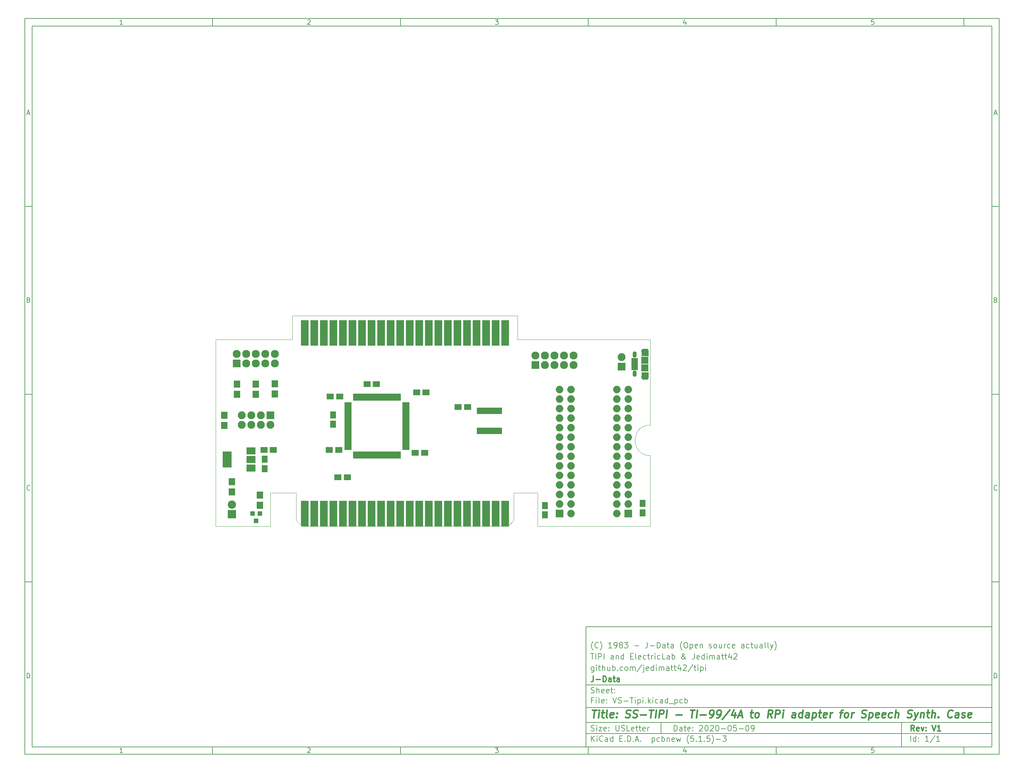
<source format=gbr>
G04 #@! TF.GenerationSoftware,KiCad,Pcbnew,(5.1.5)-3*
G04 #@! TF.CreationDate,2020-05-10T09:48:16-04:00*
G04 #@! TF.ProjectId,VS-Tipi,56532d54-6970-4692-9e6b-696361645f70,V1*
G04 #@! TF.SameCoordinates,Original*
G04 #@! TF.FileFunction,Soldermask,Top*
G04 #@! TF.FilePolarity,Negative*
%FSLAX46Y46*%
G04 Gerber Fmt 4.6, Leading zero omitted, Abs format (unit mm)*
G04 Created by KiCad (PCBNEW (5.1.5)-3) date 2020-05-10 09:48:16*
%MOMM*%
%LPD*%
G04 APERTURE LIST*
%ADD10C,0.100000*%
%ADD11C,0.150000*%
%ADD12C,0.300000*%
%ADD13C,0.400000*%
G04 #@! TA.AperFunction,Profile*
%ADD14C,0.025400*%
G04 #@! TD*
%ADD15C,0.000100*%
%ADD16O,2.100000X2.100000*%
%ADD17R,2.100000X2.100000*%
%ADD18O,1.950000X1.175000*%
%ADD19R,1.950000X1.900000*%
%ADD20O,1.050000X1.700000*%
%ADD21R,1.750000X0.800000*%
%ADD22R,2.127200X2.127200*%
%ADD23O,2.127200X2.127200*%
%ADD24R,1.650000X1.900000*%
%ADD25O,2.000000X2.000000*%
%ADD26R,2.000000X2.000000*%
%ADD27R,2.076400X6.750000*%
%ADD28R,2.000200X6.750000*%
%ADD29R,2.000000X6.750000*%
%ADD30R,1.900000X0.700000*%
%ADD31R,0.700000X1.900000*%
%ADD32R,1.900000X1.650000*%
%ADD33R,2.200000X2.200000*%
%ADD34C,2.200000*%
%ADD35R,1.200000X1.300000*%
%ADD36R,1.700000X1.900000*%
%ADD37R,0.806400X1.670000*%
%ADD38R,2.400000X4.200000*%
%ADD39R,2.400000X1.900000*%
G04 APERTURE END LIST*
D10*
D11*
X159400000Y-171900000D02*
X159400000Y-203900000D01*
X267400000Y-203900000D01*
X267400000Y-171900000D01*
X159400000Y-171900000D01*
D10*
D11*
X10000000Y-10000000D02*
X10000000Y-205900000D01*
X269400000Y-205900000D01*
X269400000Y-10000000D01*
X10000000Y-10000000D01*
D10*
D11*
X12000000Y-12000000D02*
X12000000Y-203900000D01*
X267400000Y-203900000D01*
X267400000Y-12000000D01*
X12000000Y-12000000D01*
D10*
D11*
X60000000Y-12000000D02*
X60000000Y-10000000D01*
D10*
D11*
X110000000Y-12000000D02*
X110000000Y-10000000D01*
D10*
D11*
X160000000Y-12000000D02*
X160000000Y-10000000D01*
D10*
D11*
X210000000Y-12000000D02*
X210000000Y-10000000D01*
D10*
D11*
X260000000Y-12000000D02*
X260000000Y-10000000D01*
D10*
D11*
X36065476Y-11588095D02*
X35322619Y-11588095D01*
X35694047Y-11588095D02*
X35694047Y-10288095D01*
X35570238Y-10473809D01*
X35446428Y-10597619D01*
X35322619Y-10659523D01*
D10*
D11*
X85322619Y-10411904D02*
X85384523Y-10350000D01*
X85508333Y-10288095D01*
X85817857Y-10288095D01*
X85941666Y-10350000D01*
X86003571Y-10411904D01*
X86065476Y-10535714D01*
X86065476Y-10659523D01*
X86003571Y-10845238D01*
X85260714Y-11588095D01*
X86065476Y-11588095D01*
D10*
D11*
X135260714Y-10288095D02*
X136065476Y-10288095D01*
X135632142Y-10783333D01*
X135817857Y-10783333D01*
X135941666Y-10845238D01*
X136003571Y-10907142D01*
X136065476Y-11030952D01*
X136065476Y-11340476D01*
X136003571Y-11464285D01*
X135941666Y-11526190D01*
X135817857Y-11588095D01*
X135446428Y-11588095D01*
X135322619Y-11526190D01*
X135260714Y-11464285D01*
D10*
D11*
X185941666Y-10721428D02*
X185941666Y-11588095D01*
X185632142Y-10226190D02*
X185322619Y-11154761D01*
X186127380Y-11154761D01*
D10*
D11*
X236003571Y-10288095D02*
X235384523Y-10288095D01*
X235322619Y-10907142D01*
X235384523Y-10845238D01*
X235508333Y-10783333D01*
X235817857Y-10783333D01*
X235941666Y-10845238D01*
X236003571Y-10907142D01*
X236065476Y-11030952D01*
X236065476Y-11340476D01*
X236003571Y-11464285D01*
X235941666Y-11526190D01*
X235817857Y-11588095D01*
X235508333Y-11588095D01*
X235384523Y-11526190D01*
X235322619Y-11464285D01*
D10*
D11*
X60000000Y-203900000D02*
X60000000Y-205900000D01*
D10*
D11*
X110000000Y-203900000D02*
X110000000Y-205900000D01*
D10*
D11*
X160000000Y-203900000D02*
X160000000Y-205900000D01*
D10*
D11*
X210000000Y-203900000D02*
X210000000Y-205900000D01*
D10*
D11*
X260000000Y-203900000D02*
X260000000Y-205900000D01*
D10*
D11*
X36065476Y-205488095D02*
X35322619Y-205488095D01*
X35694047Y-205488095D02*
X35694047Y-204188095D01*
X35570238Y-204373809D01*
X35446428Y-204497619D01*
X35322619Y-204559523D01*
D10*
D11*
X85322619Y-204311904D02*
X85384523Y-204250000D01*
X85508333Y-204188095D01*
X85817857Y-204188095D01*
X85941666Y-204250000D01*
X86003571Y-204311904D01*
X86065476Y-204435714D01*
X86065476Y-204559523D01*
X86003571Y-204745238D01*
X85260714Y-205488095D01*
X86065476Y-205488095D01*
D10*
D11*
X135260714Y-204188095D02*
X136065476Y-204188095D01*
X135632142Y-204683333D01*
X135817857Y-204683333D01*
X135941666Y-204745238D01*
X136003571Y-204807142D01*
X136065476Y-204930952D01*
X136065476Y-205240476D01*
X136003571Y-205364285D01*
X135941666Y-205426190D01*
X135817857Y-205488095D01*
X135446428Y-205488095D01*
X135322619Y-205426190D01*
X135260714Y-205364285D01*
D10*
D11*
X185941666Y-204621428D02*
X185941666Y-205488095D01*
X185632142Y-204126190D02*
X185322619Y-205054761D01*
X186127380Y-205054761D01*
D10*
D11*
X236003571Y-204188095D02*
X235384523Y-204188095D01*
X235322619Y-204807142D01*
X235384523Y-204745238D01*
X235508333Y-204683333D01*
X235817857Y-204683333D01*
X235941666Y-204745238D01*
X236003571Y-204807142D01*
X236065476Y-204930952D01*
X236065476Y-205240476D01*
X236003571Y-205364285D01*
X235941666Y-205426190D01*
X235817857Y-205488095D01*
X235508333Y-205488095D01*
X235384523Y-205426190D01*
X235322619Y-205364285D01*
D10*
D11*
X10000000Y-60000000D02*
X12000000Y-60000000D01*
D10*
D11*
X10000000Y-110000000D02*
X12000000Y-110000000D01*
D10*
D11*
X10000000Y-160000000D02*
X12000000Y-160000000D01*
D10*
D11*
X10690476Y-35216666D02*
X11309523Y-35216666D01*
X10566666Y-35588095D02*
X11000000Y-34288095D01*
X11433333Y-35588095D01*
D10*
D11*
X11092857Y-84907142D02*
X11278571Y-84969047D01*
X11340476Y-85030952D01*
X11402380Y-85154761D01*
X11402380Y-85340476D01*
X11340476Y-85464285D01*
X11278571Y-85526190D01*
X11154761Y-85588095D01*
X10659523Y-85588095D01*
X10659523Y-84288095D01*
X11092857Y-84288095D01*
X11216666Y-84350000D01*
X11278571Y-84411904D01*
X11340476Y-84535714D01*
X11340476Y-84659523D01*
X11278571Y-84783333D01*
X11216666Y-84845238D01*
X11092857Y-84907142D01*
X10659523Y-84907142D01*
D10*
D11*
X11402380Y-135464285D02*
X11340476Y-135526190D01*
X11154761Y-135588095D01*
X11030952Y-135588095D01*
X10845238Y-135526190D01*
X10721428Y-135402380D01*
X10659523Y-135278571D01*
X10597619Y-135030952D01*
X10597619Y-134845238D01*
X10659523Y-134597619D01*
X10721428Y-134473809D01*
X10845238Y-134350000D01*
X11030952Y-134288095D01*
X11154761Y-134288095D01*
X11340476Y-134350000D01*
X11402380Y-134411904D01*
D10*
D11*
X10659523Y-185588095D02*
X10659523Y-184288095D01*
X10969047Y-184288095D01*
X11154761Y-184350000D01*
X11278571Y-184473809D01*
X11340476Y-184597619D01*
X11402380Y-184845238D01*
X11402380Y-185030952D01*
X11340476Y-185278571D01*
X11278571Y-185402380D01*
X11154761Y-185526190D01*
X10969047Y-185588095D01*
X10659523Y-185588095D01*
D10*
D11*
X269400000Y-60000000D02*
X267400000Y-60000000D01*
D10*
D11*
X269400000Y-110000000D02*
X267400000Y-110000000D01*
D10*
D11*
X269400000Y-160000000D02*
X267400000Y-160000000D01*
D10*
D11*
X268090476Y-35216666D02*
X268709523Y-35216666D01*
X267966666Y-35588095D02*
X268400000Y-34288095D01*
X268833333Y-35588095D01*
D10*
D11*
X268492857Y-84907142D02*
X268678571Y-84969047D01*
X268740476Y-85030952D01*
X268802380Y-85154761D01*
X268802380Y-85340476D01*
X268740476Y-85464285D01*
X268678571Y-85526190D01*
X268554761Y-85588095D01*
X268059523Y-85588095D01*
X268059523Y-84288095D01*
X268492857Y-84288095D01*
X268616666Y-84350000D01*
X268678571Y-84411904D01*
X268740476Y-84535714D01*
X268740476Y-84659523D01*
X268678571Y-84783333D01*
X268616666Y-84845238D01*
X268492857Y-84907142D01*
X268059523Y-84907142D01*
D10*
D11*
X268802380Y-135464285D02*
X268740476Y-135526190D01*
X268554761Y-135588095D01*
X268430952Y-135588095D01*
X268245238Y-135526190D01*
X268121428Y-135402380D01*
X268059523Y-135278571D01*
X267997619Y-135030952D01*
X267997619Y-134845238D01*
X268059523Y-134597619D01*
X268121428Y-134473809D01*
X268245238Y-134350000D01*
X268430952Y-134288095D01*
X268554761Y-134288095D01*
X268740476Y-134350000D01*
X268802380Y-134411904D01*
D10*
D11*
X268059523Y-185588095D02*
X268059523Y-184288095D01*
X268369047Y-184288095D01*
X268554761Y-184350000D01*
X268678571Y-184473809D01*
X268740476Y-184597619D01*
X268802380Y-184845238D01*
X268802380Y-185030952D01*
X268740476Y-185278571D01*
X268678571Y-185402380D01*
X268554761Y-185526190D01*
X268369047Y-185588095D01*
X268059523Y-185588095D01*
D10*
D11*
X182832142Y-199678571D02*
X182832142Y-198178571D01*
X183189285Y-198178571D01*
X183403571Y-198250000D01*
X183546428Y-198392857D01*
X183617857Y-198535714D01*
X183689285Y-198821428D01*
X183689285Y-199035714D01*
X183617857Y-199321428D01*
X183546428Y-199464285D01*
X183403571Y-199607142D01*
X183189285Y-199678571D01*
X182832142Y-199678571D01*
X184975000Y-199678571D02*
X184975000Y-198892857D01*
X184903571Y-198750000D01*
X184760714Y-198678571D01*
X184475000Y-198678571D01*
X184332142Y-198750000D01*
X184975000Y-199607142D02*
X184832142Y-199678571D01*
X184475000Y-199678571D01*
X184332142Y-199607142D01*
X184260714Y-199464285D01*
X184260714Y-199321428D01*
X184332142Y-199178571D01*
X184475000Y-199107142D01*
X184832142Y-199107142D01*
X184975000Y-199035714D01*
X185475000Y-198678571D02*
X186046428Y-198678571D01*
X185689285Y-198178571D02*
X185689285Y-199464285D01*
X185760714Y-199607142D01*
X185903571Y-199678571D01*
X186046428Y-199678571D01*
X187117857Y-199607142D02*
X186975000Y-199678571D01*
X186689285Y-199678571D01*
X186546428Y-199607142D01*
X186475000Y-199464285D01*
X186475000Y-198892857D01*
X186546428Y-198750000D01*
X186689285Y-198678571D01*
X186975000Y-198678571D01*
X187117857Y-198750000D01*
X187189285Y-198892857D01*
X187189285Y-199035714D01*
X186475000Y-199178571D01*
X187832142Y-199535714D02*
X187903571Y-199607142D01*
X187832142Y-199678571D01*
X187760714Y-199607142D01*
X187832142Y-199535714D01*
X187832142Y-199678571D01*
X187832142Y-198750000D02*
X187903571Y-198821428D01*
X187832142Y-198892857D01*
X187760714Y-198821428D01*
X187832142Y-198750000D01*
X187832142Y-198892857D01*
X189617857Y-198321428D02*
X189689285Y-198250000D01*
X189832142Y-198178571D01*
X190189285Y-198178571D01*
X190332142Y-198250000D01*
X190403571Y-198321428D01*
X190475000Y-198464285D01*
X190475000Y-198607142D01*
X190403571Y-198821428D01*
X189546428Y-199678571D01*
X190475000Y-199678571D01*
X191403571Y-198178571D02*
X191546428Y-198178571D01*
X191689285Y-198250000D01*
X191760714Y-198321428D01*
X191832142Y-198464285D01*
X191903571Y-198750000D01*
X191903571Y-199107142D01*
X191832142Y-199392857D01*
X191760714Y-199535714D01*
X191689285Y-199607142D01*
X191546428Y-199678571D01*
X191403571Y-199678571D01*
X191260714Y-199607142D01*
X191189285Y-199535714D01*
X191117857Y-199392857D01*
X191046428Y-199107142D01*
X191046428Y-198750000D01*
X191117857Y-198464285D01*
X191189285Y-198321428D01*
X191260714Y-198250000D01*
X191403571Y-198178571D01*
X192475000Y-198321428D02*
X192546428Y-198250000D01*
X192689285Y-198178571D01*
X193046428Y-198178571D01*
X193189285Y-198250000D01*
X193260714Y-198321428D01*
X193332142Y-198464285D01*
X193332142Y-198607142D01*
X193260714Y-198821428D01*
X192403571Y-199678571D01*
X193332142Y-199678571D01*
X194260714Y-198178571D02*
X194403571Y-198178571D01*
X194546428Y-198250000D01*
X194617857Y-198321428D01*
X194689285Y-198464285D01*
X194760714Y-198750000D01*
X194760714Y-199107142D01*
X194689285Y-199392857D01*
X194617857Y-199535714D01*
X194546428Y-199607142D01*
X194403571Y-199678571D01*
X194260714Y-199678571D01*
X194117857Y-199607142D01*
X194046428Y-199535714D01*
X193975000Y-199392857D01*
X193903571Y-199107142D01*
X193903571Y-198750000D01*
X193975000Y-198464285D01*
X194046428Y-198321428D01*
X194117857Y-198250000D01*
X194260714Y-198178571D01*
X195403571Y-199107142D02*
X196546428Y-199107142D01*
X197546428Y-198178571D02*
X197689285Y-198178571D01*
X197832142Y-198250000D01*
X197903571Y-198321428D01*
X197975000Y-198464285D01*
X198046428Y-198750000D01*
X198046428Y-199107142D01*
X197975000Y-199392857D01*
X197903571Y-199535714D01*
X197832142Y-199607142D01*
X197689285Y-199678571D01*
X197546428Y-199678571D01*
X197403571Y-199607142D01*
X197332142Y-199535714D01*
X197260714Y-199392857D01*
X197189285Y-199107142D01*
X197189285Y-198750000D01*
X197260714Y-198464285D01*
X197332142Y-198321428D01*
X197403571Y-198250000D01*
X197546428Y-198178571D01*
X199403571Y-198178571D02*
X198689285Y-198178571D01*
X198617857Y-198892857D01*
X198689285Y-198821428D01*
X198832142Y-198750000D01*
X199189285Y-198750000D01*
X199332142Y-198821428D01*
X199403571Y-198892857D01*
X199475000Y-199035714D01*
X199475000Y-199392857D01*
X199403571Y-199535714D01*
X199332142Y-199607142D01*
X199189285Y-199678571D01*
X198832142Y-199678571D01*
X198689285Y-199607142D01*
X198617857Y-199535714D01*
X200117857Y-199107142D02*
X201260714Y-199107142D01*
X202260714Y-198178571D02*
X202403571Y-198178571D01*
X202546428Y-198250000D01*
X202617857Y-198321428D01*
X202689285Y-198464285D01*
X202760714Y-198750000D01*
X202760714Y-199107142D01*
X202689285Y-199392857D01*
X202617857Y-199535714D01*
X202546428Y-199607142D01*
X202403571Y-199678571D01*
X202260714Y-199678571D01*
X202117857Y-199607142D01*
X202046428Y-199535714D01*
X201975000Y-199392857D01*
X201903571Y-199107142D01*
X201903571Y-198750000D01*
X201975000Y-198464285D01*
X202046428Y-198321428D01*
X202117857Y-198250000D01*
X202260714Y-198178571D01*
X203475000Y-199678571D02*
X203760714Y-199678571D01*
X203903571Y-199607142D01*
X203975000Y-199535714D01*
X204117857Y-199321428D01*
X204189285Y-199035714D01*
X204189285Y-198464285D01*
X204117857Y-198321428D01*
X204046428Y-198250000D01*
X203903571Y-198178571D01*
X203617857Y-198178571D01*
X203475000Y-198250000D01*
X203403571Y-198321428D01*
X203332142Y-198464285D01*
X203332142Y-198821428D01*
X203403571Y-198964285D01*
X203475000Y-199035714D01*
X203617857Y-199107142D01*
X203903571Y-199107142D01*
X204046428Y-199035714D01*
X204117857Y-198964285D01*
X204189285Y-198821428D01*
D10*
D11*
X159400000Y-200400000D02*
X267400000Y-200400000D01*
D10*
D11*
X160832142Y-202478571D02*
X160832142Y-200978571D01*
X161689285Y-202478571D02*
X161046428Y-201621428D01*
X161689285Y-200978571D02*
X160832142Y-201835714D01*
X162332142Y-202478571D02*
X162332142Y-201478571D01*
X162332142Y-200978571D02*
X162260714Y-201050000D01*
X162332142Y-201121428D01*
X162403571Y-201050000D01*
X162332142Y-200978571D01*
X162332142Y-201121428D01*
X163903571Y-202335714D02*
X163832142Y-202407142D01*
X163617857Y-202478571D01*
X163475000Y-202478571D01*
X163260714Y-202407142D01*
X163117857Y-202264285D01*
X163046428Y-202121428D01*
X162975000Y-201835714D01*
X162975000Y-201621428D01*
X163046428Y-201335714D01*
X163117857Y-201192857D01*
X163260714Y-201050000D01*
X163475000Y-200978571D01*
X163617857Y-200978571D01*
X163832142Y-201050000D01*
X163903571Y-201121428D01*
X165189285Y-202478571D02*
X165189285Y-201692857D01*
X165117857Y-201550000D01*
X164975000Y-201478571D01*
X164689285Y-201478571D01*
X164546428Y-201550000D01*
X165189285Y-202407142D02*
X165046428Y-202478571D01*
X164689285Y-202478571D01*
X164546428Y-202407142D01*
X164475000Y-202264285D01*
X164475000Y-202121428D01*
X164546428Y-201978571D01*
X164689285Y-201907142D01*
X165046428Y-201907142D01*
X165189285Y-201835714D01*
X166546428Y-202478571D02*
X166546428Y-200978571D01*
X166546428Y-202407142D02*
X166403571Y-202478571D01*
X166117857Y-202478571D01*
X165975000Y-202407142D01*
X165903571Y-202335714D01*
X165832142Y-202192857D01*
X165832142Y-201764285D01*
X165903571Y-201621428D01*
X165975000Y-201550000D01*
X166117857Y-201478571D01*
X166403571Y-201478571D01*
X166546428Y-201550000D01*
X168403571Y-201692857D02*
X168903571Y-201692857D01*
X169117857Y-202478571D02*
X168403571Y-202478571D01*
X168403571Y-200978571D01*
X169117857Y-200978571D01*
X169760714Y-202335714D02*
X169832142Y-202407142D01*
X169760714Y-202478571D01*
X169689285Y-202407142D01*
X169760714Y-202335714D01*
X169760714Y-202478571D01*
X170475000Y-202478571D02*
X170475000Y-200978571D01*
X170832142Y-200978571D01*
X171046428Y-201050000D01*
X171189285Y-201192857D01*
X171260714Y-201335714D01*
X171332142Y-201621428D01*
X171332142Y-201835714D01*
X171260714Y-202121428D01*
X171189285Y-202264285D01*
X171046428Y-202407142D01*
X170832142Y-202478571D01*
X170475000Y-202478571D01*
X171975000Y-202335714D02*
X172046428Y-202407142D01*
X171975000Y-202478571D01*
X171903571Y-202407142D01*
X171975000Y-202335714D01*
X171975000Y-202478571D01*
X172617857Y-202050000D02*
X173332142Y-202050000D01*
X172475000Y-202478571D02*
X172975000Y-200978571D01*
X173475000Y-202478571D01*
X173975000Y-202335714D02*
X174046428Y-202407142D01*
X173975000Y-202478571D01*
X173903571Y-202407142D01*
X173975000Y-202335714D01*
X173975000Y-202478571D01*
X176975000Y-201478571D02*
X176975000Y-202978571D01*
X176975000Y-201550000D02*
X177117857Y-201478571D01*
X177403571Y-201478571D01*
X177546428Y-201550000D01*
X177617857Y-201621428D01*
X177689285Y-201764285D01*
X177689285Y-202192857D01*
X177617857Y-202335714D01*
X177546428Y-202407142D01*
X177403571Y-202478571D01*
X177117857Y-202478571D01*
X176975000Y-202407142D01*
X178975000Y-202407142D02*
X178832142Y-202478571D01*
X178546428Y-202478571D01*
X178403571Y-202407142D01*
X178332142Y-202335714D01*
X178260714Y-202192857D01*
X178260714Y-201764285D01*
X178332142Y-201621428D01*
X178403571Y-201550000D01*
X178546428Y-201478571D01*
X178832142Y-201478571D01*
X178975000Y-201550000D01*
X179617857Y-202478571D02*
X179617857Y-200978571D01*
X179617857Y-201550000D02*
X179760714Y-201478571D01*
X180046428Y-201478571D01*
X180189285Y-201550000D01*
X180260714Y-201621428D01*
X180332142Y-201764285D01*
X180332142Y-202192857D01*
X180260714Y-202335714D01*
X180189285Y-202407142D01*
X180046428Y-202478571D01*
X179760714Y-202478571D01*
X179617857Y-202407142D01*
X180975000Y-201478571D02*
X180975000Y-202478571D01*
X180975000Y-201621428D02*
X181046428Y-201550000D01*
X181189285Y-201478571D01*
X181403571Y-201478571D01*
X181546428Y-201550000D01*
X181617857Y-201692857D01*
X181617857Y-202478571D01*
X182903571Y-202407142D02*
X182760714Y-202478571D01*
X182475000Y-202478571D01*
X182332142Y-202407142D01*
X182260714Y-202264285D01*
X182260714Y-201692857D01*
X182332142Y-201550000D01*
X182475000Y-201478571D01*
X182760714Y-201478571D01*
X182903571Y-201550000D01*
X182975000Y-201692857D01*
X182975000Y-201835714D01*
X182260714Y-201978571D01*
X183475000Y-201478571D02*
X183760714Y-202478571D01*
X184046428Y-201764285D01*
X184332142Y-202478571D01*
X184617857Y-201478571D01*
X186760714Y-203050000D02*
X186689285Y-202978571D01*
X186546428Y-202764285D01*
X186475000Y-202621428D01*
X186403571Y-202407142D01*
X186332142Y-202050000D01*
X186332142Y-201764285D01*
X186403571Y-201407142D01*
X186475000Y-201192857D01*
X186546428Y-201050000D01*
X186689285Y-200835714D01*
X186760714Y-200764285D01*
X188046428Y-200978571D02*
X187332142Y-200978571D01*
X187260714Y-201692857D01*
X187332142Y-201621428D01*
X187475000Y-201550000D01*
X187832142Y-201550000D01*
X187975000Y-201621428D01*
X188046428Y-201692857D01*
X188117857Y-201835714D01*
X188117857Y-202192857D01*
X188046428Y-202335714D01*
X187975000Y-202407142D01*
X187832142Y-202478571D01*
X187475000Y-202478571D01*
X187332142Y-202407142D01*
X187260714Y-202335714D01*
X188760714Y-202335714D02*
X188832142Y-202407142D01*
X188760714Y-202478571D01*
X188689285Y-202407142D01*
X188760714Y-202335714D01*
X188760714Y-202478571D01*
X190260714Y-202478571D02*
X189403571Y-202478571D01*
X189832142Y-202478571D02*
X189832142Y-200978571D01*
X189689285Y-201192857D01*
X189546428Y-201335714D01*
X189403571Y-201407142D01*
X190903571Y-202335714D02*
X190975000Y-202407142D01*
X190903571Y-202478571D01*
X190832142Y-202407142D01*
X190903571Y-202335714D01*
X190903571Y-202478571D01*
X192332142Y-200978571D02*
X191617857Y-200978571D01*
X191546428Y-201692857D01*
X191617857Y-201621428D01*
X191760714Y-201550000D01*
X192117857Y-201550000D01*
X192260714Y-201621428D01*
X192332142Y-201692857D01*
X192403571Y-201835714D01*
X192403571Y-202192857D01*
X192332142Y-202335714D01*
X192260714Y-202407142D01*
X192117857Y-202478571D01*
X191760714Y-202478571D01*
X191617857Y-202407142D01*
X191546428Y-202335714D01*
X192903571Y-203050000D02*
X192975000Y-202978571D01*
X193117857Y-202764285D01*
X193189285Y-202621428D01*
X193260714Y-202407142D01*
X193332142Y-202050000D01*
X193332142Y-201764285D01*
X193260714Y-201407142D01*
X193189285Y-201192857D01*
X193117857Y-201050000D01*
X192975000Y-200835714D01*
X192903571Y-200764285D01*
X194046428Y-201907142D02*
X195189285Y-201907142D01*
X195760714Y-200978571D02*
X196689285Y-200978571D01*
X196189285Y-201550000D01*
X196403571Y-201550000D01*
X196546428Y-201621428D01*
X196617857Y-201692857D01*
X196689285Y-201835714D01*
X196689285Y-202192857D01*
X196617857Y-202335714D01*
X196546428Y-202407142D01*
X196403571Y-202478571D01*
X195975000Y-202478571D01*
X195832142Y-202407142D01*
X195760714Y-202335714D01*
D10*
D11*
X159400000Y-197400000D02*
X267400000Y-197400000D01*
D10*
D12*
X246809285Y-199678571D02*
X246309285Y-198964285D01*
X245952142Y-199678571D02*
X245952142Y-198178571D01*
X246523571Y-198178571D01*
X246666428Y-198250000D01*
X246737857Y-198321428D01*
X246809285Y-198464285D01*
X246809285Y-198678571D01*
X246737857Y-198821428D01*
X246666428Y-198892857D01*
X246523571Y-198964285D01*
X245952142Y-198964285D01*
X248023571Y-199607142D02*
X247880714Y-199678571D01*
X247595000Y-199678571D01*
X247452142Y-199607142D01*
X247380714Y-199464285D01*
X247380714Y-198892857D01*
X247452142Y-198750000D01*
X247595000Y-198678571D01*
X247880714Y-198678571D01*
X248023571Y-198750000D01*
X248095000Y-198892857D01*
X248095000Y-199035714D01*
X247380714Y-199178571D01*
X248595000Y-198678571D02*
X248952142Y-199678571D01*
X249309285Y-198678571D01*
X249880714Y-199535714D02*
X249952142Y-199607142D01*
X249880714Y-199678571D01*
X249809285Y-199607142D01*
X249880714Y-199535714D01*
X249880714Y-199678571D01*
X249880714Y-198750000D02*
X249952142Y-198821428D01*
X249880714Y-198892857D01*
X249809285Y-198821428D01*
X249880714Y-198750000D01*
X249880714Y-198892857D01*
X251523571Y-198178571D02*
X252023571Y-199678571D01*
X252523571Y-198178571D01*
X253809285Y-199678571D02*
X252952142Y-199678571D01*
X253380714Y-199678571D02*
X253380714Y-198178571D01*
X253237857Y-198392857D01*
X253095000Y-198535714D01*
X252952142Y-198607142D01*
D10*
D11*
X160760714Y-199607142D02*
X160975000Y-199678571D01*
X161332142Y-199678571D01*
X161475000Y-199607142D01*
X161546428Y-199535714D01*
X161617857Y-199392857D01*
X161617857Y-199250000D01*
X161546428Y-199107142D01*
X161475000Y-199035714D01*
X161332142Y-198964285D01*
X161046428Y-198892857D01*
X160903571Y-198821428D01*
X160832142Y-198750000D01*
X160760714Y-198607142D01*
X160760714Y-198464285D01*
X160832142Y-198321428D01*
X160903571Y-198250000D01*
X161046428Y-198178571D01*
X161403571Y-198178571D01*
X161617857Y-198250000D01*
X162260714Y-199678571D02*
X162260714Y-198678571D01*
X162260714Y-198178571D02*
X162189285Y-198250000D01*
X162260714Y-198321428D01*
X162332142Y-198250000D01*
X162260714Y-198178571D01*
X162260714Y-198321428D01*
X162832142Y-198678571D02*
X163617857Y-198678571D01*
X162832142Y-199678571D01*
X163617857Y-199678571D01*
X164760714Y-199607142D02*
X164617857Y-199678571D01*
X164332142Y-199678571D01*
X164189285Y-199607142D01*
X164117857Y-199464285D01*
X164117857Y-198892857D01*
X164189285Y-198750000D01*
X164332142Y-198678571D01*
X164617857Y-198678571D01*
X164760714Y-198750000D01*
X164832142Y-198892857D01*
X164832142Y-199035714D01*
X164117857Y-199178571D01*
X165475000Y-199535714D02*
X165546428Y-199607142D01*
X165475000Y-199678571D01*
X165403571Y-199607142D01*
X165475000Y-199535714D01*
X165475000Y-199678571D01*
X165475000Y-198750000D02*
X165546428Y-198821428D01*
X165475000Y-198892857D01*
X165403571Y-198821428D01*
X165475000Y-198750000D01*
X165475000Y-198892857D01*
X167332142Y-198178571D02*
X167332142Y-199392857D01*
X167403571Y-199535714D01*
X167475000Y-199607142D01*
X167617857Y-199678571D01*
X167903571Y-199678571D01*
X168046428Y-199607142D01*
X168117857Y-199535714D01*
X168189285Y-199392857D01*
X168189285Y-198178571D01*
X168832142Y-199607142D02*
X169046428Y-199678571D01*
X169403571Y-199678571D01*
X169546428Y-199607142D01*
X169617857Y-199535714D01*
X169689285Y-199392857D01*
X169689285Y-199250000D01*
X169617857Y-199107142D01*
X169546428Y-199035714D01*
X169403571Y-198964285D01*
X169117857Y-198892857D01*
X168975000Y-198821428D01*
X168903571Y-198750000D01*
X168832142Y-198607142D01*
X168832142Y-198464285D01*
X168903571Y-198321428D01*
X168975000Y-198250000D01*
X169117857Y-198178571D01*
X169475000Y-198178571D01*
X169689285Y-198250000D01*
X171046428Y-199678571D02*
X170332142Y-199678571D01*
X170332142Y-198178571D01*
X172117857Y-199607142D02*
X171975000Y-199678571D01*
X171689285Y-199678571D01*
X171546428Y-199607142D01*
X171475000Y-199464285D01*
X171475000Y-198892857D01*
X171546428Y-198750000D01*
X171689285Y-198678571D01*
X171975000Y-198678571D01*
X172117857Y-198750000D01*
X172189285Y-198892857D01*
X172189285Y-199035714D01*
X171475000Y-199178571D01*
X172617857Y-198678571D02*
X173189285Y-198678571D01*
X172832142Y-198178571D02*
X172832142Y-199464285D01*
X172903571Y-199607142D01*
X173046428Y-199678571D01*
X173189285Y-199678571D01*
X173475000Y-198678571D02*
X174046428Y-198678571D01*
X173689285Y-198178571D02*
X173689285Y-199464285D01*
X173760714Y-199607142D01*
X173903571Y-199678571D01*
X174046428Y-199678571D01*
X175117857Y-199607142D02*
X174975000Y-199678571D01*
X174689285Y-199678571D01*
X174546428Y-199607142D01*
X174475000Y-199464285D01*
X174475000Y-198892857D01*
X174546428Y-198750000D01*
X174689285Y-198678571D01*
X174975000Y-198678571D01*
X175117857Y-198750000D01*
X175189285Y-198892857D01*
X175189285Y-199035714D01*
X174475000Y-199178571D01*
X175832142Y-199678571D02*
X175832142Y-198678571D01*
X175832142Y-198964285D02*
X175903571Y-198821428D01*
X175975000Y-198750000D01*
X176117857Y-198678571D01*
X176260714Y-198678571D01*
D10*
D11*
X245832142Y-202478571D02*
X245832142Y-200978571D01*
X247189285Y-202478571D02*
X247189285Y-200978571D01*
X247189285Y-202407142D02*
X247046428Y-202478571D01*
X246760714Y-202478571D01*
X246617857Y-202407142D01*
X246546428Y-202335714D01*
X246475000Y-202192857D01*
X246475000Y-201764285D01*
X246546428Y-201621428D01*
X246617857Y-201550000D01*
X246760714Y-201478571D01*
X247046428Y-201478571D01*
X247189285Y-201550000D01*
X247903571Y-202335714D02*
X247975000Y-202407142D01*
X247903571Y-202478571D01*
X247832142Y-202407142D01*
X247903571Y-202335714D01*
X247903571Y-202478571D01*
X247903571Y-201550000D02*
X247975000Y-201621428D01*
X247903571Y-201692857D01*
X247832142Y-201621428D01*
X247903571Y-201550000D01*
X247903571Y-201692857D01*
X250546428Y-202478571D02*
X249689285Y-202478571D01*
X250117857Y-202478571D02*
X250117857Y-200978571D01*
X249975000Y-201192857D01*
X249832142Y-201335714D01*
X249689285Y-201407142D01*
X252260714Y-200907142D02*
X250975000Y-202835714D01*
X253546428Y-202478571D02*
X252689285Y-202478571D01*
X253117857Y-202478571D02*
X253117857Y-200978571D01*
X252975000Y-201192857D01*
X252832142Y-201335714D01*
X252689285Y-201407142D01*
D10*
D11*
X159400000Y-193400000D02*
X267400000Y-193400000D01*
D10*
D13*
X161112380Y-194104761D02*
X162255238Y-194104761D01*
X161433809Y-196104761D02*
X161683809Y-194104761D01*
X162671904Y-196104761D02*
X162838571Y-194771428D01*
X162921904Y-194104761D02*
X162814761Y-194200000D01*
X162898095Y-194295238D01*
X163005238Y-194200000D01*
X162921904Y-194104761D01*
X162898095Y-194295238D01*
X163505238Y-194771428D02*
X164267142Y-194771428D01*
X163874285Y-194104761D02*
X163660000Y-195819047D01*
X163731428Y-196009523D01*
X163910000Y-196104761D01*
X164100476Y-196104761D01*
X165052857Y-196104761D02*
X164874285Y-196009523D01*
X164802857Y-195819047D01*
X165017142Y-194104761D01*
X166588571Y-196009523D02*
X166386190Y-196104761D01*
X166005238Y-196104761D01*
X165826666Y-196009523D01*
X165755238Y-195819047D01*
X165850476Y-195057142D01*
X165969523Y-194866666D01*
X166171904Y-194771428D01*
X166552857Y-194771428D01*
X166731428Y-194866666D01*
X166802857Y-195057142D01*
X166779047Y-195247619D01*
X165802857Y-195438095D01*
X167552857Y-195914285D02*
X167636190Y-196009523D01*
X167529047Y-196104761D01*
X167445714Y-196009523D01*
X167552857Y-195914285D01*
X167529047Y-196104761D01*
X167683809Y-194866666D02*
X167767142Y-194961904D01*
X167660000Y-195057142D01*
X167576666Y-194961904D01*
X167683809Y-194866666D01*
X167660000Y-195057142D01*
X169921904Y-196009523D02*
X170195714Y-196104761D01*
X170671904Y-196104761D01*
X170874285Y-196009523D01*
X170981428Y-195914285D01*
X171100476Y-195723809D01*
X171124285Y-195533333D01*
X171052857Y-195342857D01*
X170969523Y-195247619D01*
X170790952Y-195152380D01*
X170421904Y-195057142D01*
X170243333Y-194961904D01*
X170160000Y-194866666D01*
X170088571Y-194676190D01*
X170112380Y-194485714D01*
X170231428Y-194295238D01*
X170338571Y-194200000D01*
X170540952Y-194104761D01*
X171017142Y-194104761D01*
X171290952Y-194200000D01*
X171826666Y-196009523D02*
X172100476Y-196104761D01*
X172576666Y-196104761D01*
X172779047Y-196009523D01*
X172886190Y-195914285D01*
X173005238Y-195723809D01*
X173029047Y-195533333D01*
X172957619Y-195342857D01*
X172874285Y-195247619D01*
X172695714Y-195152380D01*
X172326666Y-195057142D01*
X172148095Y-194961904D01*
X172064761Y-194866666D01*
X171993333Y-194676190D01*
X172017142Y-194485714D01*
X172136190Y-194295238D01*
X172243333Y-194200000D01*
X172445714Y-194104761D01*
X172921904Y-194104761D01*
X173195714Y-194200000D01*
X173910000Y-195342857D02*
X175433809Y-195342857D01*
X176255238Y-194104761D02*
X177398095Y-194104761D01*
X176576666Y-196104761D02*
X176826666Y-194104761D01*
X177814761Y-196104761D02*
X178064761Y-194104761D01*
X178767142Y-196104761D02*
X179017142Y-194104761D01*
X179779047Y-194104761D01*
X179957619Y-194200000D01*
X180040952Y-194295238D01*
X180112380Y-194485714D01*
X180076666Y-194771428D01*
X179957619Y-194961904D01*
X179850476Y-195057142D01*
X179648095Y-195152380D01*
X178886190Y-195152380D01*
X180767142Y-196104761D02*
X181017142Y-194104761D01*
X183338571Y-195342857D02*
X184862380Y-195342857D01*
X187207619Y-194104761D02*
X188350476Y-194104761D01*
X187529047Y-196104761D02*
X187779047Y-194104761D01*
X188767142Y-196104761D02*
X189017142Y-194104761D01*
X189814761Y-195342857D02*
X191338571Y-195342857D01*
X192290952Y-196104761D02*
X192671904Y-196104761D01*
X192874285Y-196009523D01*
X192981428Y-195914285D01*
X193207619Y-195628571D01*
X193350476Y-195247619D01*
X193445714Y-194485714D01*
X193374285Y-194295238D01*
X193290952Y-194200000D01*
X193112380Y-194104761D01*
X192731428Y-194104761D01*
X192529047Y-194200000D01*
X192421904Y-194295238D01*
X192302857Y-194485714D01*
X192243333Y-194961904D01*
X192314761Y-195152380D01*
X192398095Y-195247619D01*
X192576666Y-195342857D01*
X192957619Y-195342857D01*
X193160000Y-195247619D01*
X193267142Y-195152380D01*
X193386190Y-194961904D01*
X194195714Y-196104761D02*
X194576666Y-196104761D01*
X194779047Y-196009523D01*
X194886190Y-195914285D01*
X195112380Y-195628571D01*
X195255238Y-195247619D01*
X195350476Y-194485714D01*
X195279047Y-194295238D01*
X195195714Y-194200000D01*
X195017142Y-194104761D01*
X194636190Y-194104761D01*
X194433809Y-194200000D01*
X194326666Y-194295238D01*
X194207619Y-194485714D01*
X194148095Y-194961904D01*
X194219523Y-195152380D01*
X194302857Y-195247619D01*
X194481428Y-195342857D01*
X194862380Y-195342857D01*
X195064761Y-195247619D01*
X195171904Y-195152380D01*
X195290952Y-194961904D01*
X197695714Y-194009523D02*
X195660000Y-196580952D01*
X199124285Y-194771428D02*
X198957619Y-196104761D01*
X198743333Y-194009523D02*
X198088571Y-195438095D01*
X199326666Y-195438095D01*
X199981428Y-195533333D02*
X200933809Y-195533333D01*
X199719523Y-196104761D02*
X200636190Y-194104761D01*
X201052857Y-196104761D01*
X203124285Y-194771428D02*
X203886190Y-194771428D01*
X203493333Y-194104761D02*
X203279047Y-195819047D01*
X203350476Y-196009523D01*
X203529047Y-196104761D01*
X203719523Y-196104761D01*
X204671904Y-196104761D02*
X204493333Y-196009523D01*
X204410000Y-195914285D01*
X204338571Y-195723809D01*
X204410000Y-195152380D01*
X204529047Y-194961904D01*
X204636190Y-194866666D01*
X204838571Y-194771428D01*
X205124285Y-194771428D01*
X205302857Y-194866666D01*
X205386190Y-194961904D01*
X205457619Y-195152380D01*
X205386190Y-195723809D01*
X205267142Y-195914285D01*
X205160000Y-196009523D01*
X204957619Y-196104761D01*
X204671904Y-196104761D01*
X208862380Y-196104761D02*
X208314761Y-195152380D01*
X207719523Y-196104761D02*
X207969523Y-194104761D01*
X208731428Y-194104761D01*
X208910000Y-194200000D01*
X208993333Y-194295238D01*
X209064761Y-194485714D01*
X209029047Y-194771428D01*
X208910000Y-194961904D01*
X208802857Y-195057142D01*
X208600476Y-195152380D01*
X207838571Y-195152380D01*
X209719523Y-196104761D02*
X209969523Y-194104761D01*
X210731428Y-194104761D01*
X210910000Y-194200000D01*
X210993333Y-194295238D01*
X211064761Y-194485714D01*
X211029047Y-194771428D01*
X210910000Y-194961904D01*
X210802857Y-195057142D01*
X210600476Y-195152380D01*
X209838571Y-195152380D01*
X211719523Y-196104761D02*
X211886190Y-194771428D01*
X211969523Y-194104761D02*
X211862380Y-194200000D01*
X211945714Y-194295238D01*
X212052857Y-194200000D01*
X211969523Y-194104761D01*
X211945714Y-194295238D01*
X215052857Y-196104761D02*
X215183809Y-195057142D01*
X215112380Y-194866666D01*
X214933809Y-194771428D01*
X214552857Y-194771428D01*
X214350476Y-194866666D01*
X215064761Y-196009523D02*
X214862380Y-196104761D01*
X214386190Y-196104761D01*
X214207619Y-196009523D01*
X214136190Y-195819047D01*
X214160000Y-195628571D01*
X214279047Y-195438095D01*
X214481428Y-195342857D01*
X214957619Y-195342857D01*
X215160000Y-195247619D01*
X216862380Y-196104761D02*
X217112380Y-194104761D01*
X216874285Y-196009523D02*
X216671904Y-196104761D01*
X216290952Y-196104761D01*
X216112380Y-196009523D01*
X216029047Y-195914285D01*
X215957619Y-195723809D01*
X216029047Y-195152380D01*
X216148095Y-194961904D01*
X216255238Y-194866666D01*
X216457619Y-194771428D01*
X216838571Y-194771428D01*
X217017142Y-194866666D01*
X218671904Y-196104761D02*
X218802857Y-195057142D01*
X218731428Y-194866666D01*
X218552857Y-194771428D01*
X218171904Y-194771428D01*
X217969523Y-194866666D01*
X218683809Y-196009523D02*
X218481428Y-196104761D01*
X218005238Y-196104761D01*
X217826666Y-196009523D01*
X217755238Y-195819047D01*
X217779047Y-195628571D01*
X217898095Y-195438095D01*
X218100476Y-195342857D01*
X218576666Y-195342857D01*
X218779047Y-195247619D01*
X219790952Y-194771428D02*
X219540952Y-196771428D01*
X219779047Y-194866666D02*
X219981428Y-194771428D01*
X220362380Y-194771428D01*
X220540952Y-194866666D01*
X220624285Y-194961904D01*
X220695714Y-195152380D01*
X220624285Y-195723809D01*
X220505238Y-195914285D01*
X220398095Y-196009523D01*
X220195714Y-196104761D01*
X219814761Y-196104761D01*
X219636190Y-196009523D01*
X221314761Y-194771428D02*
X222076666Y-194771428D01*
X221683809Y-194104761D02*
X221469523Y-195819047D01*
X221540952Y-196009523D01*
X221719523Y-196104761D01*
X221909999Y-196104761D01*
X223350476Y-196009523D02*
X223148095Y-196104761D01*
X222767142Y-196104761D01*
X222588571Y-196009523D01*
X222517142Y-195819047D01*
X222612380Y-195057142D01*
X222731428Y-194866666D01*
X222933809Y-194771428D01*
X223314761Y-194771428D01*
X223493333Y-194866666D01*
X223564761Y-195057142D01*
X223540952Y-195247619D01*
X222564761Y-195438095D01*
X224290952Y-196104761D02*
X224457619Y-194771428D01*
X224409999Y-195152380D02*
X224529047Y-194961904D01*
X224636190Y-194866666D01*
X224838571Y-194771428D01*
X225029047Y-194771428D01*
X226933809Y-194771428D02*
X227695714Y-194771428D01*
X227052857Y-196104761D02*
X227267142Y-194390476D01*
X227386190Y-194200000D01*
X227588571Y-194104761D01*
X227779047Y-194104761D01*
X228481428Y-196104761D02*
X228302857Y-196009523D01*
X228219523Y-195914285D01*
X228148095Y-195723809D01*
X228219523Y-195152380D01*
X228338571Y-194961904D01*
X228445714Y-194866666D01*
X228648095Y-194771428D01*
X228933809Y-194771428D01*
X229112380Y-194866666D01*
X229195714Y-194961904D01*
X229267142Y-195152380D01*
X229195714Y-195723809D01*
X229076666Y-195914285D01*
X228969523Y-196009523D01*
X228767142Y-196104761D01*
X228481428Y-196104761D01*
X230005238Y-196104761D02*
X230171904Y-194771428D01*
X230124285Y-195152380D02*
X230243333Y-194961904D01*
X230350476Y-194866666D01*
X230552857Y-194771428D01*
X230743333Y-194771428D01*
X232683809Y-196009523D02*
X232957619Y-196104761D01*
X233433809Y-196104761D01*
X233636190Y-196009523D01*
X233743333Y-195914285D01*
X233862380Y-195723809D01*
X233886190Y-195533333D01*
X233814761Y-195342857D01*
X233731428Y-195247619D01*
X233552857Y-195152380D01*
X233183809Y-195057142D01*
X233005238Y-194961904D01*
X232921904Y-194866666D01*
X232850476Y-194676190D01*
X232874285Y-194485714D01*
X232993333Y-194295238D01*
X233100476Y-194200000D01*
X233302857Y-194104761D01*
X233779047Y-194104761D01*
X234052857Y-194200000D01*
X234838571Y-194771428D02*
X234588571Y-196771428D01*
X234826666Y-194866666D02*
X235029047Y-194771428D01*
X235410000Y-194771428D01*
X235588571Y-194866666D01*
X235671904Y-194961904D01*
X235743333Y-195152380D01*
X235671904Y-195723809D01*
X235552857Y-195914285D01*
X235445714Y-196009523D01*
X235243333Y-196104761D01*
X234862380Y-196104761D01*
X234683809Y-196009523D01*
X237255238Y-196009523D02*
X237052857Y-196104761D01*
X236671904Y-196104761D01*
X236493333Y-196009523D01*
X236421904Y-195819047D01*
X236517142Y-195057142D01*
X236636190Y-194866666D01*
X236838571Y-194771428D01*
X237219523Y-194771428D01*
X237398095Y-194866666D01*
X237469523Y-195057142D01*
X237445714Y-195247619D01*
X236469523Y-195438095D01*
X238969523Y-196009523D02*
X238767142Y-196104761D01*
X238386190Y-196104761D01*
X238207619Y-196009523D01*
X238136190Y-195819047D01*
X238231428Y-195057142D01*
X238350476Y-194866666D01*
X238552857Y-194771428D01*
X238933809Y-194771428D01*
X239112380Y-194866666D01*
X239183809Y-195057142D01*
X239159999Y-195247619D01*
X238183809Y-195438095D01*
X240779047Y-196009523D02*
X240576666Y-196104761D01*
X240195714Y-196104761D01*
X240017142Y-196009523D01*
X239933809Y-195914285D01*
X239862380Y-195723809D01*
X239933809Y-195152380D01*
X240052857Y-194961904D01*
X240160000Y-194866666D01*
X240362380Y-194771428D01*
X240743333Y-194771428D01*
X240921904Y-194866666D01*
X241624285Y-196104761D02*
X241874285Y-194104761D01*
X242481428Y-196104761D02*
X242612380Y-195057142D01*
X242540952Y-194866666D01*
X242362380Y-194771428D01*
X242076666Y-194771428D01*
X241874285Y-194866666D01*
X241767142Y-194961904D01*
X244874285Y-196009523D02*
X245148095Y-196104761D01*
X245624285Y-196104761D01*
X245826666Y-196009523D01*
X245933809Y-195914285D01*
X246052857Y-195723809D01*
X246076666Y-195533333D01*
X246005238Y-195342857D01*
X245921904Y-195247619D01*
X245743333Y-195152380D01*
X245374285Y-195057142D01*
X245195714Y-194961904D01*
X245112380Y-194866666D01*
X245040952Y-194676190D01*
X245064761Y-194485714D01*
X245183809Y-194295238D01*
X245290952Y-194200000D01*
X245493333Y-194104761D01*
X245969523Y-194104761D01*
X246243333Y-194200000D01*
X246838571Y-194771428D02*
X247148095Y-196104761D01*
X247790952Y-194771428D02*
X247148095Y-196104761D01*
X246898095Y-196580952D01*
X246790952Y-196676190D01*
X246588571Y-196771428D01*
X248552857Y-194771428D02*
X248386190Y-196104761D01*
X248529047Y-194961904D02*
X248636190Y-194866666D01*
X248838571Y-194771428D01*
X249124285Y-194771428D01*
X249302857Y-194866666D01*
X249374285Y-195057142D01*
X249243333Y-196104761D01*
X250076666Y-194771428D02*
X250838571Y-194771428D01*
X250445714Y-194104761D02*
X250231428Y-195819047D01*
X250302857Y-196009523D01*
X250481428Y-196104761D01*
X250671904Y-196104761D01*
X251338571Y-196104761D02*
X251588571Y-194104761D01*
X252195714Y-196104761D02*
X252326666Y-195057142D01*
X252255238Y-194866666D01*
X252076666Y-194771428D01*
X251790952Y-194771428D01*
X251588571Y-194866666D01*
X251481428Y-194961904D01*
X253171904Y-195914285D02*
X253255238Y-196009523D01*
X253148095Y-196104761D01*
X253064761Y-196009523D01*
X253171904Y-195914285D01*
X253148095Y-196104761D01*
X256790952Y-195914285D02*
X256683809Y-196009523D01*
X256386190Y-196104761D01*
X256195714Y-196104761D01*
X255921904Y-196009523D01*
X255755238Y-195819047D01*
X255683809Y-195628571D01*
X255636190Y-195247619D01*
X255671904Y-194961904D01*
X255814761Y-194580952D01*
X255933809Y-194390476D01*
X256148095Y-194200000D01*
X256445714Y-194104761D01*
X256636190Y-194104761D01*
X256910000Y-194200000D01*
X256993333Y-194295238D01*
X258481428Y-196104761D02*
X258612380Y-195057142D01*
X258540952Y-194866666D01*
X258362380Y-194771428D01*
X257981428Y-194771428D01*
X257779047Y-194866666D01*
X258493333Y-196009523D02*
X258290952Y-196104761D01*
X257814761Y-196104761D01*
X257636190Y-196009523D01*
X257564761Y-195819047D01*
X257588571Y-195628571D01*
X257707619Y-195438095D01*
X257910000Y-195342857D01*
X258386190Y-195342857D01*
X258588571Y-195247619D01*
X259350476Y-196009523D02*
X259529047Y-196104761D01*
X259910000Y-196104761D01*
X260112380Y-196009523D01*
X260231428Y-195819047D01*
X260243333Y-195723809D01*
X260171904Y-195533333D01*
X259993333Y-195438095D01*
X259707619Y-195438095D01*
X259529047Y-195342857D01*
X259457619Y-195152380D01*
X259469523Y-195057142D01*
X259588571Y-194866666D01*
X259790952Y-194771428D01*
X260076666Y-194771428D01*
X260255238Y-194866666D01*
X261826666Y-196009523D02*
X261624285Y-196104761D01*
X261243333Y-196104761D01*
X261064761Y-196009523D01*
X260993333Y-195819047D01*
X261088571Y-195057142D01*
X261207619Y-194866666D01*
X261410000Y-194771428D01*
X261790952Y-194771428D01*
X261969523Y-194866666D01*
X262040952Y-195057142D01*
X262017142Y-195247619D01*
X261040952Y-195438095D01*
D10*
D11*
X161332142Y-191492857D02*
X160832142Y-191492857D01*
X160832142Y-192278571D02*
X160832142Y-190778571D01*
X161546428Y-190778571D01*
X162117857Y-192278571D02*
X162117857Y-191278571D01*
X162117857Y-190778571D02*
X162046428Y-190850000D01*
X162117857Y-190921428D01*
X162189285Y-190850000D01*
X162117857Y-190778571D01*
X162117857Y-190921428D01*
X163046428Y-192278571D02*
X162903571Y-192207142D01*
X162832142Y-192064285D01*
X162832142Y-190778571D01*
X164189285Y-192207142D02*
X164046428Y-192278571D01*
X163760714Y-192278571D01*
X163617857Y-192207142D01*
X163546428Y-192064285D01*
X163546428Y-191492857D01*
X163617857Y-191350000D01*
X163760714Y-191278571D01*
X164046428Y-191278571D01*
X164189285Y-191350000D01*
X164260714Y-191492857D01*
X164260714Y-191635714D01*
X163546428Y-191778571D01*
X164903571Y-192135714D02*
X164975000Y-192207142D01*
X164903571Y-192278571D01*
X164832142Y-192207142D01*
X164903571Y-192135714D01*
X164903571Y-192278571D01*
X164903571Y-191350000D02*
X164975000Y-191421428D01*
X164903571Y-191492857D01*
X164832142Y-191421428D01*
X164903571Y-191350000D01*
X164903571Y-191492857D01*
X166546428Y-190778571D02*
X167046428Y-192278571D01*
X167546428Y-190778571D01*
X167975000Y-192207142D02*
X168189285Y-192278571D01*
X168546428Y-192278571D01*
X168689285Y-192207142D01*
X168760714Y-192135714D01*
X168832142Y-191992857D01*
X168832142Y-191850000D01*
X168760714Y-191707142D01*
X168689285Y-191635714D01*
X168546428Y-191564285D01*
X168260714Y-191492857D01*
X168117857Y-191421428D01*
X168046428Y-191350000D01*
X167975000Y-191207142D01*
X167975000Y-191064285D01*
X168046428Y-190921428D01*
X168117857Y-190850000D01*
X168260714Y-190778571D01*
X168617857Y-190778571D01*
X168832142Y-190850000D01*
X169475000Y-191707142D02*
X170617857Y-191707142D01*
X171117857Y-190778571D02*
X171975000Y-190778571D01*
X171546428Y-192278571D02*
X171546428Y-190778571D01*
X172475000Y-192278571D02*
X172475000Y-191278571D01*
X172475000Y-190778571D02*
X172403571Y-190850000D01*
X172475000Y-190921428D01*
X172546428Y-190850000D01*
X172475000Y-190778571D01*
X172475000Y-190921428D01*
X173189285Y-191278571D02*
X173189285Y-192778571D01*
X173189285Y-191350000D02*
X173332142Y-191278571D01*
X173617857Y-191278571D01*
X173760714Y-191350000D01*
X173832142Y-191421428D01*
X173903571Y-191564285D01*
X173903571Y-191992857D01*
X173832142Y-192135714D01*
X173760714Y-192207142D01*
X173617857Y-192278571D01*
X173332142Y-192278571D01*
X173189285Y-192207142D01*
X174546428Y-192278571D02*
X174546428Y-191278571D01*
X174546428Y-190778571D02*
X174475000Y-190850000D01*
X174546428Y-190921428D01*
X174617857Y-190850000D01*
X174546428Y-190778571D01*
X174546428Y-190921428D01*
X175260714Y-192135714D02*
X175332142Y-192207142D01*
X175260714Y-192278571D01*
X175189285Y-192207142D01*
X175260714Y-192135714D01*
X175260714Y-192278571D01*
X175975000Y-192278571D02*
X175975000Y-190778571D01*
X176117857Y-191707142D02*
X176546428Y-192278571D01*
X176546428Y-191278571D02*
X175975000Y-191850000D01*
X177189285Y-192278571D02*
X177189285Y-191278571D01*
X177189285Y-190778571D02*
X177117857Y-190850000D01*
X177189285Y-190921428D01*
X177260714Y-190850000D01*
X177189285Y-190778571D01*
X177189285Y-190921428D01*
X178546428Y-192207142D02*
X178403571Y-192278571D01*
X178117857Y-192278571D01*
X177975000Y-192207142D01*
X177903571Y-192135714D01*
X177832142Y-191992857D01*
X177832142Y-191564285D01*
X177903571Y-191421428D01*
X177975000Y-191350000D01*
X178117857Y-191278571D01*
X178403571Y-191278571D01*
X178546428Y-191350000D01*
X179832142Y-192278571D02*
X179832142Y-191492857D01*
X179760714Y-191350000D01*
X179617857Y-191278571D01*
X179332142Y-191278571D01*
X179189285Y-191350000D01*
X179832142Y-192207142D02*
X179689285Y-192278571D01*
X179332142Y-192278571D01*
X179189285Y-192207142D01*
X179117857Y-192064285D01*
X179117857Y-191921428D01*
X179189285Y-191778571D01*
X179332142Y-191707142D01*
X179689285Y-191707142D01*
X179832142Y-191635714D01*
X181189285Y-192278571D02*
X181189285Y-190778571D01*
X181189285Y-192207142D02*
X181046428Y-192278571D01*
X180760714Y-192278571D01*
X180617857Y-192207142D01*
X180546428Y-192135714D01*
X180475000Y-191992857D01*
X180475000Y-191564285D01*
X180546428Y-191421428D01*
X180617857Y-191350000D01*
X180760714Y-191278571D01*
X181046428Y-191278571D01*
X181189285Y-191350000D01*
X181546428Y-192421428D02*
X182689285Y-192421428D01*
X183046428Y-191278571D02*
X183046428Y-192778571D01*
X183046428Y-191350000D02*
X183189285Y-191278571D01*
X183475000Y-191278571D01*
X183617857Y-191350000D01*
X183689285Y-191421428D01*
X183760714Y-191564285D01*
X183760714Y-191992857D01*
X183689285Y-192135714D01*
X183617857Y-192207142D01*
X183475000Y-192278571D01*
X183189285Y-192278571D01*
X183046428Y-192207142D01*
X185046428Y-192207142D02*
X184903571Y-192278571D01*
X184617857Y-192278571D01*
X184475000Y-192207142D01*
X184403571Y-192135714D01*
X184332142Y-191992857D01*
X184332142Y-191564285D01*
X184403571Y-191421428D01*
X184475000Y-191350000D01*
X184617857Y-191278571D01*
X184903571Y-191278571D01*
X185046428Y-191350000D01*
X185689285Y-192278571D02*
X185689285Y-190778571D01*
X185689285Y-191350000D02*
X185832142Y-191278571D01*
X186117857Y-191278571D01*
X186260714Y-191350000D01*
X186332142Y-191421428D01*
X186403571Y-191564285D01*
X186403571Y-191992857D01*
X186332142Y-192135714D01*
X186260714Y-192207142D01*
X186117857Y-192278571D01*
X185832142Y-192278571D01*
X185689285Y-192207142D01*
D10*
D11*
X159400000Y-187400000D02*
X267400000Y-187400000D01*
D10*
D11*
X160760714Y-189507142D02*
X160975000Y-189578571D01*
X161332142Y-189578571D01*
X161475000Y-189507142D01*
X161546428Y-189435714D01*
X161617857Y-189292857D01*
X161617857Y-189150000D01*
X161546428Y-189007142D01*
X161475000Y-188935714D01*
X161332142Y-188864285D01*
X161046428Y-188792857D01*
X160903571Y-188721428D01*
X160832142Y-188650000D01*
X160760714Y-188507142D01*
X160760714Y-188364285D01*
X160832142Y-188221428D01*
X160903571Y-188150000D01*
X161046428Y-188078571D01*
X161403571Y-188078571D01*
X161617857Y-188150000D01*
X162260714Y-189578571D02*
X162260714Y-188078571D01*
X162903571Y-189578571D02*
X162903571Y-188792857D01*
X162832142Y-188650000D01*
X162689285Y-188578571D01*
X162475000Y-188578571D01*
X162332142Y-188650000D01*
X162260714Y-188721428D01*
X164189285Y-189507142D02*
X164046428Y-189578571D01*
X163760714Y-189578571D01*
X163617857Y-189507142D01*
X163546428Y-189364285D01*
X163546428Y-188792857D01*
X163617857Y-188650000D01*
X163760714Y-188578571D01*
X164046428Y-188578571D01*
X164189285Y-188650000D01*
X164260714Y-188792857D01*
X164260714Y-188935714D01*
X163546428Y-189078571D01*
X165475000Y-189507142D02*
X165332142Y-189578571D01*
X165046428Y-189578571D01*
X164903571Y-189507142D01*
X164832142Y-189364285D01*
X164832142Y-188792857D01*
X164903571Y-188650000D01*
X165046428Y-188578571D01*
X165332142Y-188578571D01*
X165475000Y-188650000D01*
X165546428Y-188792857D01*
X165546428Y-188935714D01*
X164832142Y-189078571D01*
X165975000Y-188578571D02*
X166546428Y-188578571D01*
X166189285Y-188078571D02*
X166189285Y-189364285D01*
X166260714Y-189507142D01*
X166403571Y-189578571D01*
X166546428Y-189578571D01*
X167046428Y-189435714D02*
X167117857Y-189507142D01*
X167046428Y-189578571D01*
X166975000Y-189507142D01*
X167046428Y-189435714D01*
X167046428Y-189578571D01*
X167046428Y-188650000D02*
X167117857Y-188721428D01*
X167046428Y-188792857D01*
X166975000Y-188721428D01*
X167046428Y-188650000D01*
X167046428Y-188792857D01*
D10*
D12*
X161380714Y-185078571D02*
X161380714Y-186150000D01*
X161309285Y-186364285D01*
X161166428Y-186507142D01*
X160952142Y-186578571D01*
X160809285Y-186578571D01*
X162095000Y-186007142D02*
X163237857Y-186007142D01*
X163952142Y-186578571D02*
X163952142Y-185078571D01*
X164309285Y-185078571D01*
X164523571Y-185150000D01*
X164666428Y-185292857D01*
X164737857Y-185435714D01*
X164809285Y-185721428D01*
X164809285Y-185935714D01*
X164737857Y-186221428D01*
X164666428Y-186364285D01*
X164523571Y-186507142D01*
X164309285Y-186578571D01*
X163952142Y-186578571D01*
X166095000Y-186578571D02*
X166095000Y-185792857D01*
X166023571Y-185650000D01*
X165880714Y-185578571D01*
X165595000Y-185578571D01*
X165452142Y-185650000D01*
X166095000Y-186507142D02*
X165952142Y-186578571D01*
X165595000Y-186578571D01*
X165452142Y-186507142D01*
X165380714Y-186364285D01*
X165380714Y-186221428D01*
X165452142Y-186078571D01*
X165595000Y-186007142D01*
X165952142Y-186007142D01*
X166095000Y-185935714D01*
X166595000Y-185578571D02*
X167166428Y-185578571D01*
X166809285Y-185078571D02*
X166809285Y-186364285D01*
X166880714Y-186507142D01*
X167023571Y-186578571D01*
X167166428Y-186578571D01*
X168309285Y-186578571D02*
X168309285Y-185792857D01*
X168237857Y-185650000D01*
X168095000Y-185578571D01*
X167809285Y-185578571D01*
X167666428Y-185650000D01*
X168309285Y-186507142D02*
X168166428Y-186578571D01*
X167809285Y-186578571D01*
X167666428Y-186507142D01*
X167595000Y-186364285D01*
X167595000Y-186221428D01*
X167666428Y-186078571D01*
X167809285Y-186007142D01*
X168166428Y-186007142D01*
X168309285Y-185935714D01*
D10*
D11*
X161475000Y-182578571D02*
X161475000Y-183792857D01*
X161403571Y-183935714D01*
X161332142Y-184007142D01*
X161189285Y-184078571D01*
X160975000Y-184078571D01*
X160832142Y-184007142D01*
X161475000Y-183507142D02*
X161332142Y-183578571D01*
X161046428Y-183578571D01*
X160903571Y-183507142D01*
X160832142Y-183435714D01*
X160760714Y-183292857D01*
X160760714Y-182864285D01*
X160832142Y-182721428D01*
X160903571Y-182650000D01*
X161046428Y-182578571D01*
X161332142Y-182578571D01*
X161475000Y-182650000D01*
X162189285Y-183578571D02*
X162189285Y-182578571D01*
X162189285Y-182078571D02*
X162117857Y-182150000D01*
X162189285Y-182221428D01*
X162260714Y-182150000D01*
X162189285Y-182078571D01*
X162189285Y-182221428D01*
X162689285Y-182578571D02*
X163260714Y-182578571D01*
X162903571Y-182078571D02*
X162903571Y-183364285D01*
X162975000Y-183507142D01*
X163117857Y-183578571D01*
X163260714Y-183578571D01*
X163760714Y-183578571D02*
X163760714Y-182078571D01*
X164403571Y-183578571D02*
X164403571Y-182792857D01*
X164332142Y-182650000D01*
X164189285Y-182578571D01*
X163975000Y-182578571D01*
X163832142Y-182650000D01*
X163760714Y-182721428D01*
X165760714Y-182578571D02*
X165760714Y-183578571D01*
X165117857Y-182578571D02*
X165117857Y-183364285D01*
X165189285Y-183507142D01*
X165332142Y-183578571D01*
X165546428Y-183578571D01*
X165689285Y-183507142D01*
X165760714Y-183435714D01*
X166475000Y-183578571D02*
X166475000Y-182078571D01*
X166475000Y-182650000D02*
X166617857Y-182578571D01*
X166903571Y-182578571D01*
X167046428Y-182650000D01*
X167117857Y-182721428D01*
X167189285Y-182864285D01*
X167189285Y-183292857D01*
X167117857Y-183435714D01*
X167046428Y-183507142D01*
X166903571Y-183578571D01*
X166617857Y-183578571D01*
X166475000Y-183507142D01*
X167832142Y-183435714D02*
X167903571Y-183507142D01*
X167832142Y-183578571D01*
X167760714Y-183507142D01*
X167832142Y-183435714D01*
X167832142Y-183578571D01*
X169189285Y-183507142D02*
X169046428Y-183578571D01*
X168760714Y-183578571D01*
X168617857Y-183507142D01*
X168546428Y-183435714D01*
X168475000Y-183292857D01*
X168475000Y-182864285D01*
X168546428Y-182721428D01*
X168617857Y-182650000D01*
X168760714Y-182578571D01*
X169046428Y-182578571D01*
X169189285Y-182650000D01*
X170046428Y-183578571D02*
X169903571Y-183507142D01*
X169832142Y-183435714D01*
X169760714Y-183292857D01*
X169760714Y-182864285D01*
X169832142Y-182721428D01*
X169903571Y-182650000D01*
X170046428Y-182578571D01*
X170260714Y-182578571D01*
X170403571Y-182650000D01*
X170475000Y-182721428D01*
X170546428Y-182864285D01*
X170546428Y-183292857D01*
X170475000Y-183435714D01*
X170403571Y-183507142D01*
X170260714Y-183578571D01*
X170046428Y-183578571D01*
X171189285Y-183578571D02*
X171189285Y-182578571D01*
X171189285Y-182721428D02*
X171260714Y-182650000D01*
X171403571Y-182578571D01*
X171617857Y-182578571D01*
X171760714Y-182650000D01*
X171832142Y-182792857D01*
X171832142Y-183578571D01*
X171832142Y-182792857D02*
X171903571Y-182650000D01*
X172046428Y-182578571D01*
X172260714Y-182578571D01*
X172403571Y-182650000D01*
X172475000Y-182792857D01*
X172475000Y-183578571D01*
X174260714Y-182007142D02*
X172975000Y-183935714D01*
X174760714Y-182578571D02*
X174760714Y-183864285D01*
X174689285Y-184007142D01*
X174546428Y-184078571D01*
X174475000Y-184078571D01*
X174760714Y-182078571D02*
X174689285Y-182150000D01*
X174760714Y-182221428D01*
X174832142Y-182150000D01*
X174760714Y-182078571D01*
X174760714Y-182221428D01*
X176046428Y-183507142D02*
X175903571Y-183578571D01*
X175617857Y-183578571D01*
X175475000Y-183507142D01*
X175403571Y-183364285D01*
X175403571Y-182792857D01*
X175475000Y-182650000D01*
X175617857Y-182578571D01*
X175903571Y-182578571D01*
X176046428Y-182650000D01*
X176117857Y-182792857D01*
X176117857Y-182935714D01*
X175403571Y-183078571D01*
X177403571Y-183578571D02*
X177403571Y-182078571D01*
X177403571Y-183507142D02*
X177260714Y-183578571D01*
X176975000Y-183578571D01*
X176832142Y-183507142D01*
X176760714Y-183435714D01*
X176689285Y-183292857D01*
X176689285Y-182864285D01*
X176760714Y-182721428D01*
X176832142Y-182650000D01*
X176975000Y-182578571D01*
X177260714Y-182578571D01*
X177403571Y-182650000D01*
X178117857Y-183578571D02*
X178117857Y-182578571D01*
X178117857Y-182078571D02*
X178046428Y-182150000D01*
X178117857Y-182221428D01*
X178189285Y-182150000D01*
X178117857Y-182078571D01*
X178117857Y-182221428D01*
X178832142Y-183578571D02*
X178832142Y-182578571D01*
X178832142Y-182721428D02*
X178903571Y-182650000D01*
X179046428Y-182578571D01*
X179260714Y-182578571D01*
X179403571Y-182650000D01*
X179475000Y-182792857D01*
X179475000Y-183578571D01*
X179475000Y-182792857D02*
X179546428Y-182650000D01*
X179689285Y-182578571D01*
X179903571Y-182578571D01*
X180046428Y-182650000D01*
X180117857Y-182792857D01*
X180117857Y-183578571D01*
X181475000Y-183578571D02*
X181475000Y-182792857D01*
X181403571Y-182650000D01*
X181260714Y-182578571D01*
X180975000Y-182578571D01*
X180832142Y-182650000D01*
X181475000Y-183507142D02*
X181332142Y-183578571D01*
X180975000Y-183578571D01*
X180832142Y-183507142D01*
X180760714Y-183364285D01*
X180760714Y-183221428D01*
X180832142Y-183078571D01*
X180975000Y-183007142D01*
X181332142Y-183007142D01*
X181475000Y-182935714D01*
X181975000Y-182578571D02*
X182546428Y-182578571D01*
X182189285Y-182078571D02*
X182189285Y-183364285D01*
X182260714Y-183507142D01*
X182403571Y-183578571D01*
X182546428Y-183578571D01*
X182832142Y-182578571D02*
X183403571Y-182578571D01*
X183046428Y-182078571D02*
X183046428Y-183364285D01*
X183117857Y-183507142D01*
X183260714Y-183578571D01*
X183403571Y-183578571D01*
X184546428Y-182578571D02*
X184546428Y-183578571D01*
X184189285Y-182007142D02*
X183832142Y-183078571D01*
X184760714Y-183078571D01*
X185260714Y-182221428D02*
X185332142Y-182150000D01*
X185475000Y-182078571D01*
X185832142Y-182078571D01*
X185975000Y-182150000D01*
X186046428Y-182221428D01*
X186117857Y-182364285D01*
X186117857Y-182507142D01*
X186046428Y-182721428D01*
X185189285Y-183578571D01*
X186117857Y-183578571D01*
X187832142Y-182007142D02*
X186546428Y-183935714D01*
X188117857Y-182578571D02*
X188689285Y-182578571D01*
X188332142Y-182078571D02*
X188332142Y-183364285D01*
X188403571Y-183507142D01*
X188546428Y-183578571D01*
X188689285Y-183578571D01*
X189189285Y-183578571D02*
X189189285Y-182578571D01*
X189189285Y-182078571D02*
X189117857Y-182150000D01*
X189189285Y-182221428D01*
X189260714Y-182150000D01*
X189189285Y-182078571D01*
X189189285Y-182221428D01*
X189903571Y-182578571D02*
X189903571Y-184078571D01*
X189903571Y-182650000D02*
X190046428Y-182578571D01*
X190332142Y-182578571D01*
X190475000Y-182650000D01*
X190546428Y-182721428D01*
X190617857Y-182864285D01*
X190617857Y-183292857D01*
X190546428Y-183435714D01*
X190475000Y-183507142D01*
X190332142Y-183578571D01*
X190046428Y-183578571D01*
X189903571Y-183507142D01*
X191260714Y-183578571D02*
X191260714Y-182578571D01*
X191260714Y-182078571D02*
X191189285Y-182150000D01*
X191260714Y-182221428D01*
X191332142Y-182150000D01*
X191260714Y-182078571D01*
X191260714Y-182221428D01*
D10*
D11*
X160617857Y-179078571D02*
X161475000Y-179078571D01*
X161046428Y-180578571D02*
X161046428Y-179078571D01*
X161975000Y-180578571D02*
X161975000Y-179078571D01*
X162689285Y-180578571D02*
X162689285Y-179078571D01*
X163260714Y-179078571D01*
X163403571Y-179150000D01*
X163475000Y-179221428D01*
X163546428Y-179364285D01*
X163546428Y-179578571D01*
X163475000Y-179721428D01*
X163403571Y-179792857D01*
X163260714Y-179864285D01*
X162689285Y-179864285D01*
X164189285Y-180578571D02*
X164189285Y-179078571D01*
X166689285Y-180578571D02*
X166689285Y-179792857D01*
X166617857Y-179650000D01*
X166475000Y-179578571D01*
X166189285Y-179578571D01*
X166046428Y-179650000D01*
X166689285Y-180507142D02*
X166546428Y-180578571D01*
X166189285Y-180578571D01*
X166046428Y-180507142D01*
X165975000Y-180364285D01*
X165975000Y-180221428D01*
X166046428Y-180078571D01*
X166189285Y-180007142D01*
X166546428Y-180007142D01*
X166689285Y-179935714D01*
X167403571Y-179578571D02*
X167403571Y-180578571D01*
X167403571Y-179721428D02*
X167475000Y-179650000D01*
X167617857Y-179578571D01*
X167832142Y-179578571D01*
X167975000Y-179650000D01*
X168046428Y-179792857D01*
X168046428Y-180578571D01*
X169403571Y-180578571D02*
X169403571Y-179078571D01*
X169403571Y-180507142D02*
X169260714Y-180578571D01*
X168975000Y-180578571D01*
X168832142Y-180507142D01*
X168760714Y-180435714D01*
X168689285Y-180292857D01*
X168689285Y-179864285D01*
X168760714Y-179721428D01*
X168832142Y-179650000D01*
X168975000Y-179578571D01*
X169260714Y-179578571D01*
X169403571Y-179650000D01*
X171260714Y-179792857D02*
X171760714Y-179792857D01*
X171975000Y-180578571D02*
X171260714Y-180578571D01*
X171260714Y-179078571D01*
X171975000Y-179078571D01*
X172832142Y-180578571D02*
X172689285Y-180507142D01*
X172617857Y-180364285D01*
X172617857Y-179078571D01*
X173975000Y-180507142D02*
X173832142Y-180578571D01*
X173546428Y-180578571D01*
X173403571Y-180507142D01*
X173332142Y-180364285D01*
X173332142Y-179792857D01*
X173403571Y-179650000D01*
X173546428Y-179578571D01*
X173832142Y-179578571D01*
X173975000Y-179650000D01*
X174046428Y-179792857D01*
X174046428Y-179935714D01*
X173332142Y-180078571D01*
X175332142Y-180507142D02*
X175189285Y-180578571D01*
X174903571Y-180578571D01*
X174760714Y-180507142D01*
X174689285Y-180435714D01*
X174617857Y-180292857D01*
X174617857Y-179864285D01*
X174689285Y-179721428D01*
X174760714Y-179650000D01*
X174903571Y-179578571D01*
X175189285Y-179578571D01*
X175332142Y-179650000D01*
X175760714Y-179578571D02*
X176332142Y-179578571D01*
X175975000Y-179078571D02*
X175975000Y-180364285D01*
X176046428Y-180507142D01*
X176189285Y-180578571D01*
X176332142Y-180578571D01*
X176832142Y-180578571D02*
X176832142Y-179578571D01*
X176832142Y-179864285D02*
X176903571Y-179721428D01*
X176975000Y-179650000D01*
X177117857Y-179578571D01*
X177260714Y-179578571D01*
X177760714Y-180578571D02*
X177760714Y-179578571D01*
X177760714Y-179078571D02*
X177689285Y-179150000D01*
X177760714Y-179221428D01*
X177832142Y-179150000D01*
X177760714Y-179078571D01*
X177760714Y-179221428D01*
X179117857Y-180507142D02*
X178975000Y-180578571D01*
X178689285Y-180578571D01*
X178546428Y-180507142D01*
X178475000Y-180435714D01*
X178403571Y-180292857D01*
X178403571Y-179864285D01*
X178475000Y-179721428D01*
X178546428Y-179650000D01*
X178689285Y-179578571D01*
X178975000Y-179578571D01*
X179117857Y-179650000D01*
X180475000Y-180578571D02*
X179760714Y-180578571D01*
X179760714Y-179078571D01*
X181617857Y-180578571D02*
X181617857Y-179792857D01*
X181546428Y-179650000D01*
X181403571Y-179578571D01*
X181117857Y-179578571D01*
X180975000Y-179650000D01*
X181617857Y-180507142D02*
X181475000Y-180578571D01*
X181117857Y-180578571D01*
X180975000Y-180507142D01*
X180903571Y-180364285D01*
X180903571Y-180221428D01*
X180975000Y-180078571D01*
X181117857Y-180007142D01*
X181475000Y-180007142D01*
X181617857Y-179935714D01*
X182332142Y-180578571D02*
X182332142Y-179078571D01*
X182332142Y-179650000D02*
X182475000Y-179578571D01*
X182760714Y-179578571D01*
X182903571Y-179650000D01*
X182975000Y-179721428D01*
X183046428Y-179864285D01*
X183046428Y-180292857D01*
X182975000Y-180435714D01*
X182903571Y-180507142D01*
X182760714Y-180578571D01*
X182475000Y-180578571D01*
X182332142Y-180507142D01*
X186046428Y-180578571D02*
X185975000Y-180578571D01*
X185832142Y-180507142D01*
X185617857Y-180292857D01*
X185260714Y-179864285D01*
X185117857Y-179650000D01*
X185046428Y-179435714D01*
X185046428Y-179292857D01*
X185117857Y-179150000D01*
X185260714Y-179078571D01*
X185332142Y-179078571D01*
X185475000Y-179150000D01*
X185546428Y-179292857D01*
X185546428Y-179364285D01*
X185475000Y-179507142D01*
X185403571Y-179578571D01*
X184975000Y-179864285D01*
X184903571Y-179935714D01*
X184832142Y-180078571D01*
X184832142Y-180292857D01*
X184903571Y-180435714D01*
X184975000Y-180507142D01*
X185117857Y-180578571D01*
X185332142Y-180578571D01*
X185475000Y-180507142D01*
X185546428Y-180435714D01*
X185760714Y-180150000D01*
X185832142Y-179935714D01*
X185832142Y-179792857D01*
X188260714Y-179078571D02*
X188260714Y-180150000D01*
X188189285Y-180364285D01*
X188046428Y-180507142D01*
X187832142Y-180578571D01*
X187689285Y-180578571D01*
X189546428Y-180507142D02*
X189403571Y-180578571D01*
X189117857Y-180578571D01*
X188975000Y-180507142D01*
X188903571Y-180364285D01*
X188903571Y-179792857D01*
X188975000Y-179650000D01*
X189117857Y-179578571D01*
X189403571Y-179578571D01*
X189546428Y-179650000D01*
X189617857Y-179792857D01*
X189617857Y-179935714D01*
X188903571Y-180078571D01*
X190903571Y-180578571D02*
X190903571Y-179078571D01*
X190903571Y-180507142D02*
X190760714Y-180578571D01*
X190475000Y-180578571D01*
X190332142Y-180507142D01*
X190260714Y-180435714D01*
X190189285Y-180292857D01*
X190189285Y-179864285D01*
X190260714Y-179721428D01*
X190332142Y-179650000D01*
X190475000Y-179578571D01*
X190760714Y-179578571D01*
X190903571Y-179650000D01*
X191617857Y-180578571D02*
X191617857Y-179578571D01*
X191617857Y-179078571D02*
X191546428Y-179150000D01*
X191617857Y-179221428D01*
X191689285Y-179150000D01*
X191617857Y-179078571D01*
X191617857Y-179221428D01*
X192332142Y-180578571D02*
X192332142Y-179578571D01*
X192332142Y-179721428D02*
X192403571Y-179650000D01*
X192546428Y-179578571D01*
X192760714Y-179578571D01*
X192903571Y-179650000D01*
X192975000Y-179792857D01*
X192975000Y-180578571D01*
X192975000Y-179792857D02*
X193046428Y-179650000D01*
X193189285Y-179578571D01*
X193403571Y-179578571D01*
X193546428Y-179650000D01*
X193617857Y-179792857D01*
X193617857Y-180578571D01*
X194975000Y-180578571D02*
X194975000Y-179792857D01*
X194903571Y-179650000D01*
X194760714Y-179578571D01*
X194475000Y-179578571D01*
X194332142Y-179650000D01*
X194975000Y-180507142D02*
X194832142Y-180578571D01*
X194475000Y-180578571D01*
X194332142Y-180507142D01*
X194260714Y-180364285D01*
X194260714Y-180221428D01*
X194332142Y-180078571D01*
X194475000Y-180007142D01*
X194832142Y-180007142D01*
X194975000Y-179935714D01*
X195475000Y-179578571D02*
X196046428Y-179578571D01*
X195689285Y-179078571D02*
X195689285Y-180364285D01*
X195760714Y-180507142D01*
X195903571Y-180578571D01*
X196046428Y-180578571D01*
X196332142Y-179578571D02*
X196903571Y-179578571D01*
X196546428Y-179078571D02*
X196546428Y-180364285D01*
X196617857Y-180507142D01*
X196760714Y-180578571D01*
X196903571Y-180578571D01*
X198046428Y-179578571D02*
X198046428Y-180578571D01*
X197689285Y-179007142D02*
X197332142Y-180078571D01*
X198260714Y-180078571D01*
X198760714Y-179221428D02*
X198832142Y-179150000D01*
X198975000Y-179078571D01*
X199332142Y-179078571D01*
X199475000Y-179150000D01*
X199546428Y-179221428D01*
X199617857Y-179364285D01*
X199617857Y-179507142D01*
X199546428Y-179721428D01*
X198689285Y-180578571D01*
X199617857Y-180578571D01*
D10*
D11*
X161260714Y-178150000D02*
X161189285Y-178078571D01*
X161046428Y-177864285D01*
X160975000Y-177721428D01*
X160903571Y-177507142D01*
X160832142Y-177150000D01*
X160832142Y-176864285D01*
X160903571Y-176507142D01*
X160975000Y-176292857D01*
X161046428Y-176150000D01*
X161189285Y-175935714D01*
X161260714Y-175864285D01*
X162689285Y-177435714D02*
X162617857Y-177507142D01*
X162403571Y-177578571D01*
X162260714Y-177578571D01*
X162046428Y-177507142D01*
X161903571Y-177364285D01*
X161832142Y-177221428D01*
X161760714Y-176935714D01*
X161760714Y-176721428D01*
X161832142Y-176435714D01*
X161903571Y-176292857D01*
X162046428Y-176150000D01*
X162260714Y-176078571D01*
X162403571Y-176078571D01*
X162617857Y-176150000D01*
X162689285Y-176221428D01*
X163189285Y-178150000D02*
X163260714Y-178078571D01*
X163403571Y-177864285D01*
X163475000Y-177721428D01*
X163546428Y-177507142D01*
X163617857Y-177150000D01*
X163617857Y-176864285D01*
X163546428Y-176507142D01*
X163475000Y-176292857D01*
X163403571Y-176150000D01*
X163260714Y-175935714D01*
X163189285Y-175864285D01*
X166260714Y-177578571D02*
X165403571Y-177578571D01*
X165832142Y-177578571D02*
X165832142Y-176078571D01*
X165689285Y-176292857D01*
X165546428Y-176435714D01*
X165403571Y-176507142D01*
X166975000Y-177578571D02*
X167260714Y-177578571D01*
X167403571Y-177507142D01*
X167475000Y-177435714D01*
X167617857Y-177221428D01*
X167689285Y-176935714D01*
X167689285Y-176364285D01*
X167617857Y-176221428D01*
X167546428Y-176150000D01*
X167403571Y-176078571D01*
X167117857Y-176078571D01*
X166975000Y-176150000D01*
X166903571Y-176221428D01*
X166832142Y-176364285D01*
X166832142Y-176721428D01*
X166903571Y-176864285D01*
X166975000Y-176935714D01*
X167117857Y-177007142D01*
X167403571Y-177007142D01*
X167546428Y-176935714D01*
X167617857Y-176864285D01*
X167689285Y-176721428D01*
X168546428Y-176721428D02*
X168403571Y-176650000D01*
X168332142Y-176578571D01*
X168260714Y-176435714D01*
X168260714Y-176364285D01*
X168332142Y-176221428D01*
X168403571Y-176150000D01*
X168546428Y-176078571D01*
X168832142Y-176078571D01*
X168975000Y-176150000D01*
X169046428Y-176221428D01*
X169117857Y-176364285D01*
X169117857Y-176435714D01*
X169046428Y-176578571D01*
X168975000Y-176650000D01*
X168832142Y-176721428D01*
X168546428Y-176721428D01*
X168403571Y-176792857D01*
X168332142Y-176864285D01*
X168260714Y-177007142D01*
X168260714Y-177292857D01*
X168332142Y-177435714D01*
X168403571Y-177507142D01*
X168546428Y-177578571D01*
X168832142Y-177578571D01*
X168975000Y-177507142D01*
X169046428Y-177435714D01*
X169117857Y-177292857D01*
X169117857Y-177007142D01*
X169046428Y-176864285D01*
X168975000Y-176792857D01*
X168832142Y-176721428D01*
X169617857Y-176078571D02*
X170546428Y-176078571D01*
X170046428Y-176650000D01*
X170260714Y-176650000D01*
X170403571Y-176721428D01*
X170475000Y-176792857D01*
X170546428Y-176935714D01*
X170546428Y-177292857D01*
X170475000Y-177435714D01*
X170403571Y-177507142D01*
X170260714Y-177578571D01*
X169832142Y-177578571D01*
X169689285Y-177507142D01*
X169617857Y-177435714D01*
X172332142Y-177007142D02*
X173475000Y-177007142D01*
X175760714Y-176078571D02*
X175760714Y-177150000D01*
X175689285Y-177364285D01*
X175546428Y-177507142D01*
X175332142Y-177578571D01*
X175189285Y-177578571D01*
X176475000Y-177007142D02*
X177617857Y-177007142D01*
X178332142Y-177578571D02*
X178332142Y-176078571D01*
X178689285Y-176078571D01*
X178903571Y-176150000D01*
X179046428Y-176292857D01*
X179117857Y-176435714D01*
X179189285Y-176721428D01*
X179189285Y-176935714D01*
X179117857Y-177221428D01*
X179046428Y-177364285D01*
X178903571Y-177507142D01*
X178689285Y-177578571D01*
X178332142Y-177578571D01*
X180475000Y-177578571D02*
X180475000Y-176792857D01*
X180403571Y-176650000D01*
X180260714Y-176578571D01*
X179975000Y-176578571D01*
X179832142Y-176650000D01*
X180475000Y-177507142D02*
X180332142Y-177578571D01*
X179975000Y-177578571D01*
X179832142Y-177507142D01*
X179760714Y-177364285D01*
X179760714Y-177221428D01*
X179832142Y-177078571D01*
X179975000Y-177007142D01*
X180332142Y-177007142D01*
X180475000Y-176935714D01*
X180975000Y-176578571D02*
X181546428Y-176578571D01*
X181189285Y-176078571D02*
X181189285Y-177364285D01*
X181260714Y-177507142D01*
X181403571Y-177578571D01*
X181546428Y-177578571D01*
X182689285Y-177578571D02*
X182689285Y-176792857D01*
X182617857Y-176650000D01*
X182475000Y-176578571D01*
X182189285Y-176578571D01*
X182046428Y-176650000D01*
X182689285Y-177507142D02*
X182546428Y-177578571D01*
X182189285Y-177578571D01*
X182046428Y-177507142D01*
X181975000Y-177364285D01*
X181975000Y-177221428D01*
X182046428Y-177078571D01*
X182189285Y-177007142D01*
X182546428Y-177007142D01*
X182689285Y-176935714D01*
X184975000Y-178150000D02*
X184903571Y-178078571D01*
X184760714Y-177864285D01*
X184689285Y-177721428D01*
X184617857Y-177507142D01*
X184546428Y-177150000D01*
X184546428Y-176864285D01*
X184617857Y-176507142D01*
X184689285Y-176292857D01*
X184760714Y-176150000D01*
X184903571Y-175935714D01*
X184975000Y-175864285D01*
X185832142Y-176078571D02*
X186117857Y-176078571D01*
X186260714Y-176150000D01*
X186403571Y-176292857D01*
X186475000Y-176578571D01*
X186475000Y-177078571D01*
X186403571Y-177364285D01*
X186260714Y-177507142D01*
X186117857Y-177578571D01*
X185832142Y-177578571D01*
X185689285Y-177507142D01*
X185546428Y-177364285D01*
X185475000Y-177078571D01*
X185475000Y-176578571D01*
X185546428Y-176292857D01*
X185689285Y-176150000D01*
X185832142Y-176078571D01*
X187117857Y-176578571D02*
X187117857Y-178078571D01*
X187117857Y-176650000D02*
X187260714Y-176578571D01*
X187546428Y-176578571D01*
X187689285Y-176650000D01*
X187760714Y-176721428D01*
X187832142Y-176864285D01*
X187832142Y-177292857D01*
X187760714Y-177435714D01*
X187689285Y-177507142D01*
X187546428Y-177578571D01*
X187260714Y-177578571D01*
X187117857Y-177507142D01*
X189046428Y-177507142D02*
X188903571Y-177578571D01*
X188617857Y-177578571D01*
X188475000Y-177507142D01*
X188403571Y-177364285D01*
X188403571Y-176792857D01*
X188475000Y-176650000D01*
X188617857Y-176578571D01*
X188903571Y-176578571D01*
X189046428Y-176650000D01*
X189117857Y-176792857D01*
X189117857Y-176935714D01*
X188403571Y-177078571D01*
X189760714Y-176578571D02*
X189760714Y-177578571D01*
X189760714Y-176721428D02*
X189832142Y-176650000D01*
X189975000Y-176578571D01*
X190189285Y-176578571D01*
X190332142Y-176650000D01*
X190403571Y-176792857D01*
X190403571Y-177578571D01*
X192189285Y-177507142D02*
X192332142Y-177578571D01*
X192617857Y-177578571D01*
X192760714Y-177507142D01*
X192832142Y-177364285D01*
X192832142Y-177292857D01*
X192760714Y-177150000D01*
X192617857Y-177078571D01*
X192403571Y-177078571D01*
X192260714Y-177007142D01*
X192189285Y-176864285D01*
X192189285Y-176792857D01*
X192260714Y-176650000D01*
X192403571Y-176578571D01*
X192617857Y-176578571D01*
X192760714Y-176650000D01*
X193689285Y-177578571D02*
X193546428Y-177507142D01*
X193475000Y-177435714D01*
X193403571Y-177292857D01*
X193403571Y-176864285D01*
X193475000Y-176721428D01*
X193546428Y-176650000D01*
X193689285Y-176578571D01*
X193903571Y-176578571D01*
X194046428Y-176650000D01*
X194117857Y-176721428D01*
X194189285Y-176864285D01*
X194189285Y-177292857D01*
X194117857Y-177435714D01*
X194046428Y-177507142D01*
X193903571Y-177578571D01*
X193689285Y-177578571D01*
X195475000Y-176578571D02*
X195475000Y-177578571D01*
X194832142Y-176578571D02*
X194832142Y-177364285D01*
X194903571Y-177507142D01*
X195046428Y-177578571D01*
X195260714Y-177578571D01*
X195403571Y-177507142D01*
X195475000Y-177435714D01*
X196189285Y-177578571D02*
X196189285Y-176578571D01*
X196189285Y-176864285D02*
X196260714Y-176721428D01*
X196332142Y-176650000D01*
X196475000Y-176578571D01*
X196617857Y-176578571D01*
X197760714Y-177507142D02*
X197617857Y-177578571D01*
X197332142Y-177578571D01*
X197189285Y-177507142D01*
X197117857Y-177435714D01*
X197046428Y-177292857D01*
X197046428Y-176864285D01*
X197117857Y-176721428D01*
X197189285Y-176650000D01*
X197332142Y-176578571D01*
X197617857Y-176578571D01*
X197760714Y-176650000D01*
X198975000Y-177507142D02*
X198832142Y-177578571D01*
X198546428Y-177578571D01*
X198403571Y-177507142D01*
X198332142Y-177364285D01*
X198332142Y-176792857D01*
X198403571Y-176650000D01*
X198546428Y-176578571D01*
X198832142Y-176578571D01*
X198975000Y-176650000D01*
X199046428Y-176792857D01*
X199046428Y-176935714D01*
X198332142Y-177078571D01*
X201475000Y-177578571D02*
X201475000Y-176792857D01*
X201403571Y-176650000D01*
X201260714Y-176578571D01*
X200975000Y-176578571D01*
X200832142Y-176650000D01*
X201475000Y-177507142D02*
X201332142Y-177578571D01*
X200975000Y-177578571D01*
X200832142Y-177507142D01*
X200760714Y-177364285D01*
X200760714Y-177221428D01*
X200832142Y-177078571D01*
X200975000Y-177007142D01*
X201332142Y-177007142D01*
X201475000Y-176935714D01*
X202832142Y-177507142D02*
X202689285Y-177578571D01*
X202403571Y-177578571D01*
X202260714Y-177507142D01*
X202189285Y-177435714D01*
X202117857Y-177292857D01*
X202117857Y-176864285D01*
X202189285Y-176721428D01*
X202260714Y-176650000D01*
X202403571Y-176578571D01*
X202689285Y-176578571D01*
X202832142Y-176650000D01*
X203260714Y-176578571D02*
X203832142Y-176578571D01*
X203475000Y-176078571D02*
X203475000Y-177364285D01*
X203546428Y-177507142D01*
X203689285Y-177578571D01*
X203832142Y-177578571D01*
X204975000Y-176578571D02*
X204975000Y-177578571D01*
X204332142Y-176578571D02*
X204332142Y-177364285D01*
X204403571Y-177507142D01*
X204546428Y-177578571D01*
X204760714Y-177578571D01*
X204903571Y-177507142D01*
X204975000Y-177435714D01*
X206332142Y-177578571D02*
X206332142Y-176792857D01*
X206260714Y-176650000D01*
X206117857Y-176578571D01*
X205832142Y-176578571D01*
X205689285Y-176650000D01*
X206332142Y-177507142D02*
X206189285Y-177578571D01*
X205832142Y-177578571D01*
X205689285Y-177507142D01*
X205617857Y-177364285D01*
X205617857Y-177221428D01*
X205689285Y-177078571D01*
X205832142Y-177007142D01*
X206189285Y-177007142D01*
X206332142Y-176935714D01*
X207260714Y-177578571D02*
X207117857Y-177507142D01*
X207046428Y-177364285D01*
X207046428Y-176078571D01*
X208046428Y-177578571D02*
X207903571Y-177507142D01*
X207832142Y-177364285D01*
X207832142Y-176078571D01*
X208475000Y-176578571D02*
X208832142Y-177578571D01*
X209189285Y-176578571D02*
X208832142Y-177578571D01*
X208689285Y-177935714D01*
X208617857Y-178007142D01*
X208475000Y-178078571D01*
X209617857Y-178150000D02*
X209689285Y-178078571D01*
X209832142Y-177864285D01*
X209903571Y-177721428D01*
X209975000Y-177507142D01*
X210046428Y-177150000D01*
X210046428Y-176864285D01*
X209975000Y-176507142D01*
X209903571Y-176292857D01*
X209832142Y-176150000D01*
X209689285Y-175935714D01*
X209617857Y-175864285D01*
D10*
D11*
X179400000Y-197400000D02*
X179400000Y-200400000D01*
D10*
D11*
X243400000Y-197400000D02*
X243400000Y-203900000D01*
D14*
X138633200Y-145161000D02*
X140208000Y-143586200D01*
X82296000Y-143586200D02*
X83870800Y-145161000D01*
X176530000Y-118237000D02*
X176530000Y-95504000D01*
X81280000Y-89154000D02*
X141224000Y-89154000D01*
X141224000Y-89154000D02*
X141224000Y-95504000D01*
X81280000Y-95504000D02*
X81280000Y-89154000D01*
X146558000Y-145161000D02*
X176530000Y-145161000D01*
X176530000Y-118237000D02*
G75*
G03X176530000Y-126365000I0J-4064000D01*
G01*
X141224000Y-95504000D02*
X176530000Y-95504000D01*
X83870800Y-145161000D02*
X138633200Y-145161000D01*
X60833000Y-95504000D02*
X81280000Y-95504000D01*
X75438000Y-145161000D02*
X75438000Y-136271000D01*
X60833000Y-145161000D02*
X60833000Y-95504000D01*
X75438000Y-145161000D02*
X60833000Y-145161000D01*
X176530000Y-145161000D02*
X176530000Y-126365000D01*
X146558000Y-136271000D02*
X146558000Y-145161000D01*
X140208000Y-136271000D02*
X146558000Y-136271000D01*
X140208000Y-143586200D02*
X140208000Y-136271000D01*
X82296000Y-136271000D02*
X82296000Y-143586200D01*
X75438000Y-136271000D02*
X82296000Y-136271000D01*
D15*
G04 #@! TO.C,J2*
G36*
X175954660Y-98396240D02*
G01*
X175954660Y-99796240D01*
X174204660Y-99796240D01*
X174204660Y-98396240D01*
X174205345Y-98370072D01*
X174207399Y-98343976D01*
X174210816Y-98318023D01*
X174215586Y-98292284D01*
X174221697Y-98266830D01*
X174229132Y-98241732D01*
X174237870Y-98217056D01*
X174247887Y-98192872D01*
X174259157Y-98169245D01*
X174271647Y-98146240D01*
X174285325Y-98123920D01*
X174300152Y-98102347D01*
X174316087Y-98081580D01*
X174333088Y-98061675D01*
X174351107Y-98042687D01*
X174370095Y-98024668D01*
X174390000Y-98007667D01*
X174410767Y-97991732D01*
X174432340Y-97976905D01*
X174454660Y-97963227D01*
X174477665Y-97950737D01*
X174501292Y-97939467D01*
X174525476Y-97929450D01*
X174550152Y-97920712D01*
X174575250Y-97913277D01*
X174600704Y-97907166D01*
X174626443Y-97902396D01*
X174652396Y-97898979D01*
X174678492Y-97896925D01*
X174704660Y-97896240D01*
X175454660Y-97896240D01*
X175480828Y-97896925D01*
X175506924Y-97898979D01*
X175532877Y-97902396D01*
X175558616Y-97907166D01*
X175584070Y-97913277D01*
X175609168Y-97920712D01*
X175633844Y-97929450D01*
X175658028Y-97939467D01*
X175681655Y-97950737D01*
X175704660Y-97963227D01*
X175726980Y-97976905D01*
X175748553Y-97991732D01*
X175769320Y-98007667D01*
X175789225Y-98024668D01*
X175808213Y-98042687D01*
X175826232Y-98061675D01*
X175843233Y-98081580D01*
X175859168Y-98102347D01*
X175873995Y-98123920D01*
X175887673Y-98146240D01*
X175900163Y-98169245D01*
X175911433Y-98192872D01*
X175921450Y-98217056D01*
X175930188Y-98241732D01*
X175937623Y-98266830D01*
X175943734Y-98292284D01*
X175948504Y-98318023D01*
X175951921Y-98343976D01*
X175953975Y-98370072D01*
X175954660Y-98396240D01*
G37*
X175954660Y-98396240D02*
X175954660Y-99796240D01*
X174204660Y-99796240D01*
X174204660Y-98396240D01*
X174205345Y-98370072D01*
X174207399Y-98343976D01*
X174210816Y-98318023D01*
X174215586Y-98292284D01*
X174221697Y-98266830D01*
X174229132Y-98241732D01*
X174237870Y-98217056D01*
X174247887Y-98192872D01*
X174259157Y-98169245D01*
X174271647Y-98146240D01*
X174285325Y-98123920D01*
X174300152Y-98102347D01*
X174316087Y-98081580D01*
X174333088Y-98061675D01*
X174351107Y-98042687D01*
X174370095Y-98024668D01*
X174390000Y-98007667D01*
X174410767Y-97991732D01*
X174432340Y-97976905D01*
X174454660Y-97963227D01*
X174477665Y-97950737D01*
X174501292Y-97939467D01*
X174525476Y-97929450D01*
X174550152Y-97920712D01*
X174575250Y-97913277D01*
X174600704Y-97907166D01*
X174626443Y-97902396D01*
X174652396Y-97898979D01*
X174678492Y-97896925D01*
X174704660Y-97896240D01*
X175454660Y-97896240D01*
X175480828Y-97896925D01*
X175506924Y-97898979D01*
X175532877Y-97902396D01*
X175558616Y-97907166D01*
X175584070Y-97913277D01*
X175609168Y-97920712D01*
X175633844Y-97929450D01*
X175658028Y-97939467D01*
X175681655Y-97950737D01*
X175704660Y-97963227D01*
X175726980Y-97976905D01*
X175748553Y-97991732D01*
X175769320Y-98007667D01*
X175789225Y-98024668D01*
X175808213Y-98042687D01*
X175826232Y-98061675D01*
X175843233Y-98081580D01*
X175859168Y-98102347D01*
X175873995Y-98123920D01*
X175887673Y-98146240D01*
X175900163Y-98169245D01*
X175911433Y-98192872D01*
X175921450Y-98217056D01*
X175930188Y-98241732D01*
X175937623Y-98266830D01*
X175943734Y-98292284D01*
X175948504Y-98318023D01*
X175951921Y-98343976D01*
X175953975Y-98370072D01*
X175954660Y-98396240D01*
G36*
X174204660Y-105596240D02*
G01*
X174204660Y-104196240D01*
X175954660Y-104196240D01*
X175954660Y-105596240D01*
X175953975Y-105622408D01*
X175951921Y-105648504D01*
X175948504Y-105674457D01*
X175943734Y-105700196D01*
X175937623Y-105725650D01*
X175930188Y-105750748D01*
X175921450Y-105775424D01*
X175911433Y-105799608D01*
X175900163Y-105823235D01*
X175887673Y-105846240D01*
X175873995Y-105868560D01*
X175859168Y-105890133D01*
X175843233Y-105910900D01*
X175826232Y-105930805D01*
X175808213Y-105949793D01*
X175789225Y-105967812D01*
X175769320Y-105984813D01*
X175748553Y-106000748D01*
X175726980Y-106015575D01*
X175704660Y-106029253D01*
X175681655Y-106041743D01*
X175658028Y-106053013D01*
X175633844Y-106063030D01*
X175609168Y-106071768D01*
X175584070Y-106079203D01*
X175558616Y-106085314D01*
X175532877Y-106090084D01*
X175506924Y-106093501D01*
X175480828Y-106095555D01*
X175454660Y-106096240D01*
X174704660Y-106096240D01*
X174678492Y-106095555D01*
X174652396Y-106093501D01*
X174626443Y-106090084D01*
X174600704Y-106085314D01*
X174575250Y-106079203D01*
X174550152Y-106071768D01*
X174525476Y-106063030D01*
X174501292Y-106053013D01*
X174477665Y-106041743D01*
X174454660Y-106029253D01*
X174432340Y-106015575D01*
X174410767Y-106000748D01*
X174390000Y-105984813D01*
X174370095Y-105967812D01*
X174351107Y-105949793D01*
X174333088Y-105930805D01*
X174316087Y-105910900D01*
X174300152Y-105890133D01*
X174285325Y-105868560D01*
X174271647Y-105846240D01*
X174259157Y-105823235D01*
X174247887Y-105799608D01*
X174237870Y-105775424D01*
X174229132Y-105750748D01*
X174221697Y-105725650D01*
X174215586Y-105700196D01*
X174210816Y-105674457D01*
X174207399Y-105648504D01*
X174205345Y-105622408D01*
X174204660Y-105596240D01*
G37*
X174204660Y-105596240D02*
X174204660Y-104196240D01*
X175954660Y-104196240D01*
X175954660Y-105596240D01*
X175953975Y-105622408D01*
X175951921Y-105648504D01*
X175948504Y-105674457D01*
X175943734Y-105700196D01*
X175937623Y-105725650D01*
X175930188Y-105750748D01*
X175921450Y-105775424D01*
X175911433Y-105799608D01*
X175900163Y-105823235D01*
X175887673Y-105846240D01*
X175873995Y-105868560D01*
X175859168Y-105890133D01*
X175843233Y-105910900D01*
X175826232Y-105930805D01*
X175808213Y-105949793D01*
X175789225Y-105967812D01*
X175769320Y-105984813D01*
X175748553Y-106000748D01*
X175726980Y-106015575D01*
X175704660Y-106029253D01*
X175681655Y-106041743D01*
X175658028Y-106053013D01*
X175633844Y-106063030D01*
X175609168Y-106071768D01*
X175584070Y-106079203D01*
X175558616Y-106085314D01*
X175532877Y-106090084D01*
X175506924Y-106093501D01*
X175480828Y-106095555D01*
X175454660Y-106096240D01*
X174704660Y-106096240D01*
X174678492Y-106095555D01*
X174652396Y-106093501D01*
X174626443Y-106090084D01*
X174600704Y-106085314D01*
X174575250Y-106079203D01*
X174550152Y-106071768D01*
X174525476Y-106063030D01*
X174501292Y-106053013D01*
X174477665Y-106041743D01*
X174454660Y-106029253D01*
X174432340Y-106015575D01*
X174410767Y-106000748D01*
X174390000Y-105984813D01*
X174370095Y-105967812D01*
X174351107Y-105949793D01*
X174333088Y-105930805D01*
X174316087Y-105910900D01*
X174300152Y-105890133D01*
X174285325Y-105868560D01*
X174271647Y-105846240D01*
X174259157Y-105823235D01*
X174247887Y-105799608D01*
X174237870Y-105775424D01*
X174229132Y-105750748D01*
X174221697Y-105725650D01*
X174215586Y-105700196D01*
X174210816Y-105674457D01*
X174207399Y-105648504D01*
X174205345Y-105622408D01*
X174204660Y-105596240D01*
G04 #@! TD*
D16*
G04 #@! TO.C,J3*
X168910000Y-100126800D03*
D17*
X168910000Y-102666800D03*
G04 #@! TD*
D18*
G04 #@! TO.C,J2*
X175079660Y-98496240D03*
D19*
X175079660Y-100996240D03*
X175079660Y-102996240D03*
D18*
X175079660Y-105496240D03*
D20*
X172379660Y-99496240D03*
X172379660Y-104496240D03*
D21*
X172379660Y-100696240D03*
X172379660Y-101346240D03*
X172379660Y-101996240D03*
X172379660Y-102646240D03*
X172379660Y-103296240D03*
G04 #@! TD*
D22*
G04 #@! TO.C,JTAG1*
X66421000Y-101854000D03*
D23*
X66421000Y-99314000D03*
X68961000Y-101854000D03*
X68961000Y-99314000D03*
X71501000Y-101854000D03*
X71501000Y-99314000D03*
X74041000Y-101854000D03*
X74041000Y-99314000D03*
X76581000Y-101854000D03*
X76581000Y-99314000D03*
G04 #@! TD*
D24*
G04 #@! TO.C,C12*
X148463000Y-139643800D03*
X148463000Y-142143800D03*
G04 #@! TD*
D25*
G04 #@! TO.C,U2*
X155448000Y-141782800D03*
X170688000Y-108762800D03*
X155448000Y-139242800D03*
X170688000Y-111302800D03*
X155448000Y-136702800D03*
X170688000Y-113842800D03*
X155448000Y-134162800D03*
X170688000Y-116382800D03*
X155448000Y-131622800D03*
X170688000Y-118922800D03*
X155448000Y-129082800D03*
X170688000Y-121462800D03*
X155448000Y-126542800D03*
X170688000Y-124002800D03*
X155448000Y-124002800D03*
X170688000Y-126542800D03*
X155448000Y-121462800D03*
X170688000Y-129082800D03*
X155448000Y-118922800D03*
X170688000Y-131622800D03*
X155448000Y-116382800D03*
X170688000Y-134162800D03*
X155448000Y-113842800D03*
X170688000Y-136702800D03*
X155448000Y-111302800D03*
X170688000Y-139242800D03*
X155448000Y-108762800D03*
D26*
X170688000Y-141782800D03*
G04 #@! TD*
D22*
G04 #@! TO.C,RPi1*
X145923000Y-102235000D03*
D23*
X145923000Y-99695000D03*
X148463000Y-102235000D03*
X148463000Y-99695000D03*
X151003000Y-102235000D03*
X151003000Y-99695000D03*
X153543000Y-102235000D03*
X153543000Y-99695000D03*
X156083000Y-102235000D03*
X156083000Y-99695000D03*
G04 #@! TD*
D25*
G04 #@! TO.C,U5*
X167640000Y-141782800D03*
X152400000Y-108762800D03*
X167640000Y-139242800D03*
X152400000Y-111302800D03*
X167640000Y-136702800D03*
X152400000Y-113842800D03*
X167640000Y-134162800D03*
X152400000Y-116382800D03*
X167640000Y-131622800D03*
X152400000Y-118922800D03*
X167640000Y-129082800D03*
X152400000Y-121462800D03*
X167640000Y-126542800D03*
X152400000Y-124002800D03*
X167640000Y-124002800D03*
X152400000Y-126542800D03*
X167640000Y-121462800D03*
X152400000Y-129082800D03*
X167640000Y-118922800D03*
X152400000Y-131622800D03*
X167640000Y-116382800D03*
X152400000Y-134162800D03*
X167640000Y-113842800D03*
X152400000Y-136702800D03*
X167640000Y-111302800D03*
X152400000Y-139242800D03*
X167640000Y-108762800D03*
D26*
X152400000Y-141782800D03*
G04 #@! TD*
D27*
G04 #@! TO.C,P1*
X137922000Y-141782800D03*
D28*
X135382000Y-141782800D03*
X132842000Y-141782800D03*
X130302000Y-141782800D03*
X127762000Y-141782800D03*
X125222000Y-141782800D03*
D29*
X122682000Y-141782800D03*
X120142000Y-141782800D03*
X117602000Y-141782800D03*
X115062000Y-141782800D03*
X112522000Y-141782800D03*
X109982000Y-141782800D03*
X107442000Y-141782800D03*
X104902000Y-141782800D03*
X102362000Y-141782800D03*
X99822000Y-141782800D03*
X97282000Y-141782800D03*
X94742000Y-141782800D03*
X92202000Y-141782800D03*
X89662000Y-141782800D03*
X84582000Y-141782800D03*
X87122000Y-141782800D03*
G04 #@! TD*
D27*
G04 #@! TO.C,J1*
X137922000Y-93726000D03*
D28*
X135382000Y-93726000D03*
X132842000Y-93726000D03*
X130302000Y-93726000D03*
X127762000Y-93726000D03*
X125222000Y-93726000D03*
D29*
X122682000Y-93726000D03*
X120142000Y-93726000D03*
X117602000Y-93726000D03*
X115062000Y-93726000D03*
X112522000Y-93726000D03*
X109982000Y-93726000D03*
X107442000Y-93726000D03*
X104902000Y-93726000D03*
X102362000Y-93726000D03*
X99822000Y-93726000D03*
X97282000Y-93726000D03*
X94742000Y-93726000D03*
X92202000Y-93726000D03*
X89662000Y-93726000D03*
X84582000Y-93726000D03*
X87122000Y-93726000D03*
G04 #@! TD*
D30*
G04 #@! TO.C,U1*
X111459000Y-124491000D03*
X111459000Y-123991000D03*
X111459000Y-123491000D03*
X111459000Y-122991000D03*
X111459000Y-122491000D03*
X111459000Y-121991000D03*
X111459000Y-121491000D03*
X111459000Y-120991000D03*
X111459000Y-120491000D03*
X111459000Y-119991000D03*
X111459000Y-119491000D03*
X111459000Y-118991000D03*
X111459000Y-118491000D03*
X111459000Y-117991000D03*
X111459000Y-117491000D03*
X111459000Y-116991000D03*
X111459000Y-116491000D03*
X111459000Y-115991000D03*
X111459000Y-115491000D03*
X111459000Y-114991000D03*
X111459000Y-114491000D03*
X111459000Y-113991000D03*
X111459000Y-113491000D03*
X111459000Y-112991000D03*
X111459000Y-112491000D03*
D31*
X109759000Y-110791000D03*
X109259000Y-110791000D03*
X108759000Y-110791000D03*
X108259000Y-110791000D03*
X107759000Y-110791000D03*
X107259000Y-110791000D03*
X106759000Y-110791000D03*
X106259000Y-110791000D03*
X105759000Y-110791000D03*
X105259000Y-110791000D03*
X104759000Y-110791000D03*
X104259000Y-110791000D03*
X103759000Y-110791000D03*
X103259000Y-110791000D03*
X102759000Y-110791000D03*
X102259000Y-110791000D03*
X101759000Y-110791000D03*
X101259000Y-110791000D03*
X100759000Y-110791000D03*
X100259000Y-110791000D03*
X99759000Y-110791000D03*
X99259000Y-110791000D03*
X98759000Y-110791000D03*
X98259000Y-110791000D03*
X97759000Y-110791000D03*
D30*
X96059000Y-112491000D03*
X96059000Y-112991000D03*
X96059000Y-113491000D03*
X96059000Y-113991000D03*
X96059000Y-114491000D03*
X96059000Y-114991000D03*
X96059000Y-115491000D03*
X96059000Y-115991000D03*
X96059000Y-116491000D03*
X96059000Y-116991000D03*
X96059000Y-117491000D03*
X96059000Y-117991000D03*
X96059000Y-118491000D03*
X96059000Y-118991000D03*
X96059000Y-119491000D03*
X96059000Y-119991000D03*
X96059000Y-120491000D03*
X96059000Y-120991000D03*
X96059000Y-121491000D03*
X96059000Y-121991000D03*
X96059000Y-122491000D03*
X96059000Y-122991000D03*
X96059000Y-123491000D03*
X96059000Y-123991000D03*
X96059000Y-124491000D03*
D31*
X97759000Y-126191000D03*
X98259000Y-126191000D03*
X98759000Y-126191000D03*
X99259000Y-126191000D03*
X99759000Y-126191000D03*
X100259000Y-126191000D03*
X100759000Y-126191000D03*
X101259000Y-126191000D03*
X101759000Y-126191000D03*
X102259000Y-126191000D03*
X102759000Y-126191000D03*
X103259000Y-126191000D03*
X103759000Y-126191000D03*
X104259000Y-126191000D03*
X104759000Y-126191000D03*
X105259000Y-126191000D03*
X105759000Y-126191000D03*
X106259000Y-126191000D03*
X106759000Y-126191000D03*
X107259000Y-126191000D03*
X107759000Y-126191000D03*
X108259000Y-126191000D03*
X108759000Y-126191000D03*
X109259000Y-126191000D03*
X109759000Y-126191000D03*
G04 #@! TD*
D32*
G04 #@! TO.C,C5*
X95865000Y-132130800D03*
X93365000Y-132130800D03*
G04 #@! TD*
G04 #@! TO.C,C6*
X91079000Y-124891800D03*
X93579000Y-124891800D03*
G04 #@! TD*
D33*
G04 #@! TO.C,D1*
X65151000Y-141986000D03*
D34*
X65151000Y-139446000D03*
G04 #@! TD*
D17*
G04 #@! TO.C,CRUBASE1*
X75438000Y-115620800D03*
D16*
X75438000Y-118160800D03*
X72898000Y-115620800D03*
X72898000Y-118160800D03*
X70358000Y-115620800D03*
X70358000Y-118160800D03*
X67818000Y-115620800D03*
X67818000Y-118160800D03*
G04 #@! TD*
D35*
G04 #@! TO.C,Q1*
X72578000Y-141748000D03*
X70678000Y-141748000D03*
X71628000Y-143748000D03*
G04 #@! TD*
D36*
G04 #@! TO.C,R1*
X72644000Y-139576800D03*
X72644000Y-136876800D03*
G04 #@! TD*
G04 #@! TO.C,R2*
X65151000Y-133320800D03*
X65151000Y-136020800D03*
G04 #@! TD*
D37*
G04 #@! TO.C,U3*
X136652000Y-114427000D03*
X136017000Y-114427000D03*
X135356600Y-114427000D03*
X134696200Y-114427000D03*
X134061200Y-114427000D03*
X133400800Y-114427000D03*
X132740400Y-114427000D03*
X132105400Y-114427000D03*
X131445000Y-114427000D03*
X130810000Y-114427000D03*
X130810000Y-119761000D03*
X131445000Y-119761000D03*
X132105400Y-119761000D03*
X132740400Y-119761000D03*
X133400800Y-119761000D03*
X134061200Y-119761000D03*
X134696200Y-119761000D03*
X135356600Y-119761000D03*
X136017000Y-119761000D03*
X136652000Y-119761000D03*
G04 #@! TD*
D24*
G04 #@! TO.C,C8*
X92075000Y-115513800D03*
X92075000Y-118013800D03*
G04 #@! TD*
D36*
G04 #@! TO.C,R4*
X76581000Y-107285800D03*
X76581000Y-109985800D03*
G04 #@! TD*
G04 #@! TO.C,R5*
X71501000Y-107362000D03*
X71501000Y-110062000D03*
G04 #@! TD*
G04 #@! TO.C,R6*
X66548000Y-107362000D03*
X66548000Y-110062000D03*
G04 #@! TD*
D32*
G04 #@! TO.C,C1*
X73680000Y-124891800D03*
X76180000Y-124891800D03*
G04 #@! TD*
D24*
G04 #@! TO.C,C2*
X73914000Y-127324800D03*
X73914000Y-129824800D03*
G04 #@! TD*
D32*
G04 #@! TO.C,C3*
X113939000Y-125653800D03*
X116439000Y-125653800D03*
G04 #@! TD*
G04 #@! TO.C,C4*
X114340000Y-109524800D03*
X116840000Y-109524800D03*
G04 #@! TD*
G04 #@! TO.C,C7*
X103612000Y-107365800D03*
X101112000Y-107365800D03*
G04 #@! TD*
G04 #@! TO.C,C9*
X93833000Y-110667800D03*
X91333000Y-110667800D03*
G04 #@! TD*
G04 #@! TO.C,C10*
X127869000Y-113461800D03*
X125369000Y-113461800D03*
G04 #@! TD*
D24*
G04 #@! TO.C,C11*
X174498000Y-141585000D03*
X174498000Y-139085000D03*
G04 #@! TD*
D36*
G04 #@! TO.C,R3*
X63119000Y-115617000D03*
X63119000Y-118317000D03*
G04 #@! TD*
D38*
G04 #@! TO.C,U4*
X63906000Y-127381000D03*
D39*
X70206000Y-127381000D03*
X70206000Y-125081000D03*
X70206000Y-129681000D03*
G04 #@! TD*
M02*

</source>
